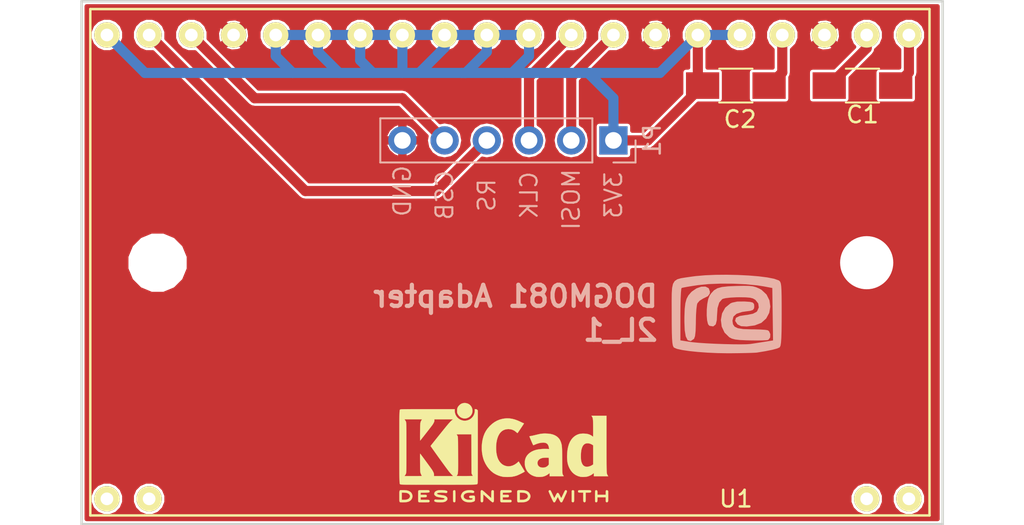
<source format=kicad_pcb>
(kicad_pcb (version 4) (host pcbnew 4.0.0-rc1-stable)

  (general
    (links 21)
    (no_connects 0)
    (area 129.616287 58.618 205.164543 111.666001)
    (thickness 1.6)
    (drawings 21)
    (tracks 55)
    (zones 0)
    (modules 8)
    (nets 10)
  )

  (page A4)
  (layers
    (0 F.Cu signal)
    (31 B.Cu signal)
    (32 B.Adhes user)
    (33 F.Adhes user)
    (34 B.Paste user)
    (35 F.Paste user)
    (36 B.SilkS user)
    (37 F.SilkS user)
    (38 B.Mask user)
    (39 F.Mask user)
    (40 Dwgs.User user)
    (41 Cmts.User user)
    (42 Eco1.User user hide)
    (43 Eco2.User user hide)
    (44 Edge.Cuts user)
    (45 Margin user)
    (46 B.CrtYd user)
    (47 F.CrtYd user)
    (48 B.Fab user)
    (49 F.Fab user)
  )

  (setup
    (last_trace_width 0.1524)
    (user_trace_width 0.3048)
    (user_trace_width 0.6096)
    (user_trace_width 1.2192)
    (trace_clearance 0.1524)
    (zone_clearance 0.1016)
    (zone_45_only no)
    (trace_min 0.1524)
    (segment_width 0.2)
    (edge_width 0.15)
    (via_size 0.6858)
    (via_drill 0.3302)
    (via_min_size 0.6858)
    (via_min_drill 0.3302)
    (uvia_size 0.3)
    (uvia_drill 0.1)
    (uvias_allowed no)
    (uvia_min_size 0.2)
    (uvia_min_drill 0.1)
    (pcb_text_width 0.3)
    (pcb_text_size 1.5 1.5)
    (mod_edge_width 0.15)
    (mod_text_size 1 1)
    (mod_text_width 0.15)
    (pad_size 1.524 1.524)
    (pad_drill 0.762)
    (pad_to_mask_clearance 0)
    (aux_axis_origin 0 0)
    (visible_elements 7FFEFFFF)
    (pcbplotparams
      (layerselection 0x010f0_80000001)
      (usegerberextensions false)
      (excludeedgelayer true)
      (linewidth 0.076200)
      (plotframeref false)
      (viasonmask false)
      (mode 1)
      (useauxorigin false)
      (hpglpennumber 1)
      (hpglpenspeed 20)
      (hpglpendiameter 15)
      (hpglpenoverlay 2)
      (psnegative false)
      (psa4output false)
      (plotreference true)
      (plotvalue true)
      (plotinvisibletext false)
      (padsonsilk false)
      (subtractmaskfromsilk false)
      (outputformat 1)
      (mirror false)
      (drillshape 0)
      (scaleselection 1)
      (outputdirectory gerbers/))
  )

  (net 0 "")
  (net 1 "Net-(C1-Pad1)")
  (net 2 "Net-(C1-Pad2)")
  (net 3 /Vdd)
  (net 4 "Net-(C2-Pad2)")
  (net 5 /MOSI)
  (net 6 /CLK)
  (net 7 /RS)
  (net 8 /CSB)
  (net 9 GND)

  (net_class Default "This is the default net class."
    (clearance 0.1524)
    (trace_width 0.1524)
    (via_dia 0.6858)
    (via_drill 0.3302)
    (uvia_dia 0.3)
    (uvia_drill 0.1)
    (add_net /CLK)
    (add_net /CSB)
    (add_net /MOSI)
    (add_net /RS)
    (add_net /Vdd)
    (add_net GND)
    (add_net "Net-(C1-Pad1)")
    (add_net "Net-(C1-Pad2)")
    (add_net "Net-(C2-Pad2)")
  )

  (module Mounting_Holes:MountingHole_3.2mm_M3 (layer F.Cu) (tedit 598B28B2) (tstamp 598B28E0)
    (at 195.58 85.852)
    (descr "Mounting Hole 3.2mm, no annular, M3")
    (tags "mounting hole 3.2mm no annular m3")
    (fp_text reference MNT** (at 0 -4.2) (layer Eco1.User) hide
      (effects (font (size 1 1) (thickness 0.15)))
    )
    (fp_text value MountingHole_3.2mm_M3 (at 0 4.2) (layer F.Fab)
      (effects (font (size 1 1) (thickness 0.15)))
    )
    (fp_circle (center 0 0) (end 3.2 0) (layer Cmts.User) (width 0.15))
    (fp_circle (center 0 0) (end 3.45 0) (layer F.CrtYd) (width 0.05))
    (pad 1 np_thru_hole circle (at 0 0) (size 3.2 3.2) (drill 3.2) (layers *.Cu *.Mask))
  )

  (module Capacitors_SMD:C_1206_HandSoldering (layer F.Cu) (tedit 58AA84D1) (tstamp 598B25A1)
    (at 195.326 75.184 180)
    (descr "Capacitor SMD 1206, hand soldering")
    (tags "capacitor 1206")
    (path /598B1F2D)
    (attr smd)
    (fp_text reference C1 (at 0 -1.75 180) (layer F.SilkS)
      (effects (font (size 1 1) (thickness 0.15)))
    )
    (fp_text value 0.1~~1μF (at 0 2 180) (layer F.Fab)
      (effects (font (size 1 1) (thickness 0.15)))
    )
    (fp_text user %R (at 0 -1.75 180) (layer F.Fab)
      (effects (font (size 1 1) (thickness 0.15)))
    )
    (fp_line (start -1.6 0.8) (end -1.6 -0.8) (layer F.Fab) (width 0.1))
    (fp_line (start 1.6 0.8) (end -1.6 0.8) (layer F.Fab) (width 0.1))
    (fp_line (start 1.6 -0.8) (end 1.6 0.8) (layer F.Fab) (width 0.1))
    (fp_line (start -1.6 -0.8) (end 1.6 -0.8) (layer F.Fab) (width 0.1))
    (fp_line (start 1 -1.02) (end -1 -1.02) (layer F.SilkS) (width 0.12))
    (fp_line (start -1 1.02) (end 1 1.02) (layer F.SilkS) (width 0.12))
    (fp_line (start -3.25 -1.05) (end 3.25 -1.05) (layer F.CrtYd) (width 0.05))
    (fp_line (start -3.25 -1.05) (end -3.25 1.05) (layer F.CrtYd) (width 0.05))
    (fp_line (start 3.25 1.05) (end 3.25 -1.05) (layer F.CrtYd) (width 0.05))
    (fp_line (start 3.25 1.05) (end -3.25 1.05) (layer F.CrtYd) (width 0.05))
    (pad 1 smd rect (at -2 0 180) (size 2 1.6) (layers F.Cu F.Paste F.Mask)
      (net 1 "Net-(C1-Pad1)"))
    (pad 2 smd rect (at 2 0 180) (size 2 1.6) (layers F.Cu F.Paste F.Mask)
      (net 2 "Net-(C1-Pad2)"))
    (model Capacitors_SMD.3dshapes/C_1206.wrl
      (at (xyz 0 0 0))
      (scale (xyz 1 1 1))
      (rotate (xyz 0 0 0))
    )
  )

  (module Capacitors_SMD:C_1206_HandSoldering (layer F.Cu) (tedit 598B27E6) (tstamp 598B25A7)
    (at 187.706 75.184)
    (descr "Capacitor SMD 1206, hand soldering")
    (tags "capacitor 1206")
    (path /598B1FC7)
    (attr smd)
    (fp_text reference C2 (at 0.254 2.032) (layer F.SilkS)
      (effects (font (size 1 1) (thickness 0.15)))
    )
    (fp_text value 0.47~~2.2μF (at 0 2) (layer F.Fab)
      (effects (font (size 1 1) (thickness 0.15)))
    )
    (fp_text user %R (at 0.254 2.032) (layer F.Fab)
      (effects (font (size 1 1) (thickness 0.15)))
    )
    (fp_line (start -1.6 0.8) (end -1.6 -0.8) (layer F.Fab) (width 0.1))
    (fp_line (start 1.6 0.8) (end -1.6 0.8) (layer F.Fab) (width 0.1))
    (fp_line (start 1.6 -0.8) (end 1.6 0.8) (layer F.Fab) (width 0.1))
    (fp_line (start -1.6 -0.8) (end 1.6 -0.8) (layer F.Fab) (width 0.1))
    (fp_line (start 1 -1.02) (end -1 -1.02) (layer F.SilkS) (width 0.12))
    (fp_line (start -1 1.02) (end 1 1.02) (layer F.SilkS) (width 0.12))
    (fp_line (start -3.25 -1.05) (end 3.25 -1.05) (layer F.CrtYd) (width 0.05))
    (fp_line (start -3.25 -1.05) (end -3.25 1.05) (layer F.CrtYd) (width 0.05))
    (fp_line (start 3.25 1.05) (end 3.25 -1.05) (layer F.CrtYd) (width 0.05))
    (fp_line (start 3.25 1.05) (end -3.25 1.05) (layer F.CrtYd) (width 0.05))
    (pad 1 smd rect (at -2 0) (size 2 1.6) (layers F.Cu F.Paste F.Mask)
      (net 3 /Vdd))
    (pad 2 smd rect (at 2 0) (size 2 1.6) (layers F.Cu F.Paste F.Mask)
      (net 4 "Net-(C2-Pad2)"))
    (model Capacitors_SMD.3dshapes/C_1206.wrl
      (at (xyz 0 0 0))
      (scale (xyz 1 1 1))
      (rotate (xyz 0 0 0))
    )
  )

  (module Socket_Strips:Socket_Strip_Straight_1x06_Pitch2.54mm (layer B.Cu) (tedit 58CD5446) (tstamp 598B25B1)
    (at 180.34 78.486 90)
    (descr "Through hole straight socket strip, 1x06, 2.54mm pitch, single row")
    (tags "Through hole socket strip THT 1x06 2.54mm single row")
    (path /598B27C6)
    (fp_text reference P1 (at 0 2.33 90) (layer B.SilkS)
      (effects (font (size 1 1) (thickness 0.15)) (justify mirror))
    )
    (fp_text value CONN_01X06 (at 0 -15.03 90) (layer B.Fab)
      (effects (font (size 1 1) (thickness 0.15)) (justify mirror))
    )
    (fp_line (start -1.27 1.27) (end -1.27 -13.97) (layer B.Fab) (width 0.1))
    (fp_line (start -1.27 -13.97) (end 1.27 -13.97) (layer B.Fab) (width 0.1))
    (fp_line (start 1.27 -13.97) (end 1.27 1.27) (layer B.Fab) (width 0.1))
    (fp_line (start 1.27 1.27) (end -1.27 1.27) (layer B.Fab) (width 0.1))
    (fp_line (start -1.33 -1.27) (end -1.33 -14.03) (layer B.SilkS) (width 0.12))
    (fp_line (start -1.33 -14.03) (end 1.33 -14.03) (layer B.SilkS) (width 0.12))
    (fp_line (start 1.33 -14.03) (end 1.33 -1.27) (layer B.SilkS) (width 0.12))
    (fp_line (start 1.33 -1.27) (end -1.33 -1.27) (layer B.SilkS) (width 0.12))
    (fp_line (start -1.33 0) (end -1.33 1.33) (layer B.SilkS) (width 0.12))
    (fp_line (start -1.33 1.33) (end 0 1.33) (layer B.SilkS) (width 0.12))
    (fp_line (start -1.8 1.8) (end -1.8 -14.5) (layer B.CrtYd) (width 0.05))
    (fp_line (start -1.8 -14.5) (end 1.8 -14.5) (layer B.CrtYd) (width 0.05))
    (fp_line (start 1.8 -14.5) (end 1.8 1.8) (layer B.CrtYd) (width 0.05))
    (fp_line (start 1.8 1.8) (end -1.8 1.8) (layer B.CrtYd) (width 0.05))
    (fp_text user %R (at 0 2.33 90) (layer B.Fab)
      (effects (font (size 1 1) (thickness 0.15)) (justify mirror))
    )
    (pad 1 thru_hole rect (at 0 0 90) (size 1.7 1.7) (drill 1) (layers *.Cu *.Mask)
      (net 3 /Vdd))
    (pad 2 thru_hole oval (at 0 -2.54 90) (size 1.7 1.7) (drill 1) (layers *.Cu *.Mask)
      (net 5 /MOSI))
    (pad 3 thru_hole oval (at 0 -5.08 90) (size 1.7 1.7) (drill 1) (layers *.Cu *.Mask)
      (net 6 /CLK))
    (pad 4 thru_hole oval (at 0 -7.62 90) (size 1.7 1.7) (drill 1) (layers *.Cu *.Mask)
      (net 7 /RS))
    (pad 5 thru_hole oval (at 0 -10.16 90) (size 1.7 1.7) (drill 1) (layers *.Cu *.Mask)
      (net 8 /CSB))
    (pad 6 thru_hole oval (at 0 -12.7 90) (size 1.7 1.7) (drill 1) (layers *.Cu *.Mask)
      (net 9 GND))
    (model ${KISYS3DMOD}/Socket_Strips.3dshapes/Socket_Strip_Straight_1x06_Pitch2.54mm.wrl
      (at (xyz 0 -0.25 0))
      (scale (xyz 1 1 1))
      (rotate (xyz 0 0 270))
    )
  )

  (module DisplayAdapter_DOGM081_Symbols:EA_DOGM081x-A (layer F.Cu) (tedit 598B380B) (tstamp 598B25CD)
    (at 149.86 100.076)
    (path /598B1EF0)
    (fp_text reference U1 (at 37.846 0) (layer F.SilkS)
      (effects (font (size 1 1) (thickness 0.15)))
    )
    (fp_text value EA_DOGMxxx-A (at 25 -17) (layer F.Fab)
      (effects (font (size 1 1) (thickness 0.15)))
    )
    (fp_line (start -1 -29.5) (end -1 1) (layer F.SilkS) (width 0.15))
    (fp_line (start -1 1) (end 49.5 1) (layer F.SilkS) (width 0.15))
    (fp_line (start 49.5 1) (end 49.5 -29.5) (layer F.SilkS) (width 0.15))
    (fp_line (start 49.5 -29.5) (end -1 -29.5) (layer F.SilkS) (width 0.15))
    (pad 1 thru_hole circle (at 0 0) (size 1.524 1.524) (drill 0.762) (layers *.Cu *.Mask F.SilkS))
    (pad 2 thru_hole circle (at 2.54 0) (size 1.524 1.524) (drill 0.762) (layers *.Cu *.Mask F.SilkS))
    (pad 19 thru_hole circle (at 45.72 0) (size 1.524 1.524) (drill 0.762) (layers *.Cu *.Mask F.SilkS))
    (pad 20 thru_hole circle (at 48.26 0) (size 1.524 1.524) (drill 0.762) (layers *.Cu *.Mask F.SilkS))
    (pad 21 thru_hole circle (at 48.26 -27.94) (size 1.524 1.524) (drill 0.762) (layers *.Cu *.Mask F.SilkS)
      (net 1 "Net-(C1-Pad1)"))
    (pad 22 thru_hole circle (at 45.72 -27.94) (size 1.524 1.524) (drill 0.762) (layers *.Cu *.Mask F.SilkS)
      (net 2 "Net-(C1-Pad2)"))
    (pad 23 thru_hole circle (at 43.18 -27.94) (size 1.524 1.524) (drill 0.762) (layers *.Cu *.Mask F.SilkS)
      (net 9 GND))
    (pad 24 thru_hole circle (at 40.64 -27.94) (size 1.524 1.524) (drill 0.762) (layers *.Cu *.Mask F.SilkS)
      (net 4 "Net-(C2-Pad2)"))
    (pad 25 thru_hole circle (at 38.1 -27.94) (size 1.524 1.524) (drill 0.762) (layers *.Cu *.Mask F.SilkS)
      (net 3 /Vdd))
    (pad 26 thru_hole circle (at 35.56 -27.94) (size 1.524 1.524) (drill 0.762) (layers *.Cu *.Mask F.SilkS)
      (net 3 /Vdd))
    (pad 27 thru_hole circle (at 33.02 -27.94) (size 1.524 1.524) (drill 0.762) (layers *.Cu *.Mask F.SilkS)
      (net 9 GND))
    (pad 28 thru_hole circle (at 30.48 -27.94) (size 1.524 1.524) (drill 0.762) (layers *.Cu *.Mask F.SilkS)
      (net 5 /MOSI))
    (pad 29 thru_hole circle (at 27.94 -27.94) (size 1.524 1.524) (drill 0.762) (layers *.Cu *.Mask F.SilkS)
      (net 6 /CLK))
    (pad 30 thru_hole circle (at 25.4 -27.94) (size 1.524 1.524) (drill 0.762) (layers *.Cu *.Mask F.SilkS)
      (net 3 /Vdd))
    (pad 31 thru_hole circle (at 22.86 -27.94) (size 1.524 1.524) (drill 0.762) (layers *.Cu *.Mask F.SilkS)
      (net 3 /Vdd))
    (pad 32 thru_hole circle (at 20.32 -27.94) (size 1.524 1.524) (drill 0.762) (layers *.Cu *.Mask F.SilkS)
      (net 3 /Vdd))
    (pad 33 thru_hole circle (at 17.78 -27.94) (size 1.524 1.524) (drill 0.762) (layers *.Cu *.Mask F.SilkS)
      (net 3 /Vdd))
    (pad 34 thru_hole circle (at 15.24 -27.94) (size 1.524 1.524) (drill 0.762) (layers *.Cu *.Mask F.SilkS)
      (net 3 /Vdd))
    (pad 35 thru_hole circle (at 12.7 -27.94) (size 1.524 1.524) (drill 0.762) (layers *.Cu *.Mask F.SilkS)
      (net 3 /Vdd))
    (pad 36 thru_hole circle (at 10.16 -27.94) (size 1.524 1.524) (drill 0.762) (layers *.Cu *.Mask F.SilkS)
      (net 3 /Vdd))
    (pad 37 thru_hole circle (at 7.62 -27.94) (size 1.524 1.524) (drill 0.762) (layers *.Cu *.Mask F.SilkS)
      (net 9 GND))
    (pad 38 thru_hole circle (at 5.08 -27.94) (size 1.524 1.524) (drill 0.762) (layers *.Cu *.Mask F.SilkS)
      (net 8 /CSB))
    (pad 39 thru_hole circle (at 2.54 -27.94) (size 1.524 1.524) (drill 0.762) (layers *.Cu *.Mask F.SilkS)
      (net 7 /RS))
    (pad 40 thru_hole circle (at 0 -27.94) (size 1.524 1.524) (drill 0.762) (layers *.Cu *.Mask F.SilkS)
      (net 3 /Vdd))
  )

  (module Mounting_Holes:MountingHole_3.2mm_M3 (layer F.Cu) (tedit 598B28B2) (tstamp 598B2827)
    (at 152.908 85.852)
    (descr "Mounting Hole 3.2mm, no annular, M3")
    (tags "mounting hole 3.2mm no annular m3")
    (fp_text reference MNT** (at 0 -4.2) (layer Eco1.User) hide
      (effects (font (size 1 1) (thickness 0.15)))
    )
    (fp_text value MountingHole_3.2mm_M3 (at 0 4.2) (layer F.Fab)
      (effects (font (size 1 1) (thickness 0.15)))
    )
    (fp_circle (center 0 0) (end 3.2 0) (layer Cmts.User) (width 0.15))
    (fp_circle (center 0 0) (end 3.45 0) (layer F.CrtYd) (width 0.05))
    (pad 1 np_thru_hole circle (at 0 0) (size 3.2 3.2) (drill 3.2) (layers *.Cu *.Mask))
  )

  (module Symbols:KiCad-Logo2_6mm_SilkScreen (layer F.Cu) (tedit 0) (tstamp 598B2B70)
    (at 173.736 97.282)
    (descr "KiCad Logo")
    (tags "Logo KiCad")
    (attr virtual)
    (fp_text reference REF*** (at 0 0) (layer F.SilkS) hide
      (effects (font (size 1 1) (thickness 0.15)))
    )
    (fp_text value KiCad-Logo2_6mm_SilkScreen (at 0.75 0) (layer F.Fab) hide
      (effects (font (size 1 1) (thickness 0.15)))
    )
    (fp_poly (pts (xy -6.121371 2.269066) (xy -6.081889 2.269467) (xy -5.9662 2.272259) (xy -5.869311 2.28055)
      (xy -5.787919 2.295232) (xy -5.718723 2.317193) (xy -5.65842 2.347322) (xy -5.603708 2.38651)
      (xy -5.584167 2.403532) (xy -5.55175 2.443363) (xy -5.52252 2.497413) (xy -5.499991 2.557323)
      (xy -5.487679 2.614739) (xy -5.4864 2.635956) (xy -5.494417 2.694769) (xy -5.515899 2.759013)
      (xy -5.546999 2.819821) (xy -5.583866 2.86833) (xy -5.589854 2.874182) (xy -5.640579 2.915321)
      (xy -5.696125 2.947435) (xy -5.759696 2.971365) (xy -5.834494 2.987953) (xy -5.923722 2.998041)
      (xy -6.030582 3.002469) (xy -6.079528 3.002845) (xy -6.141762 3.002545) (xy -6.185528 3.001292)
      (xy -6.214931 2.998554) (xy -6.234079 2.993801) (xy -6.247077 2.986501) (xy -6.254045 2.980267)
      (xy -6.260626 2.972694) (xy -6.265788 2.962924) (xy -6.269703 2.94834) (xy -6.272543 2.926326)
      (xy -6.27448 2.894264) (xy -6.275684 2.849536) (xy -6.276328 2.789526) (xy -6.276583 2.711617)
      (xy -6.276622 2.635956) (xy -6.27687 2.535041) (xy -6.276817 2.454427) (xy -6.275857 2.415822)
      (xy -6.129867 2.415822) (xy -6.129867 2.856089) (xy -6.036734 2.856004) (xy -5.980693 2.854396)
      (xy -5.921999 2.850256) (xy -5.873028 2.844464) (xy -5.871538 2.844226) (xy -5.792392 2.82509)
      (xy -5.731002 2.795287) (xy -5.684305 2.752878) (xy -5.654635 2.706961) (xy -5.636353 2.656026)
      (xy -5.637771 2.6082) (xy -5.658988 2.556933) (xy -5.700489 2.503899) (xy -5.757998 2.4646)
      (xy -5.83275 2.438331) (xy -5.882708 2.429035) (xy -5.939416 2.422507) (xy -5.999519 2.417782)
      (xy -6.050639 2.415817) (xy -6.053667 2.415808) (xy -6.129867 2.415822) (xy -6.275857 2.415822)
      (xy -6.27526 2.391851) (xy -6.270998 2.345055) (xy -6.26283 2.311778) (xy -6.249556 2.289759)
      (xy -6.229974 2.276739) (xy -6.202883 2.270457) (xy -6.167082 2.268653) (xy -6.121371 2.269066)) (layer F.SilkS) (width 0.01))
    (fp_poly (pts (xy -4.712794 2.269146) (xy -4.643386 2.269518) (xy -4.590997 2.270385) (xy -4.552847 2.271946)
      (xy -4.526159 2.274403) (xy -4.508153 2.277957) (xy -4.496049 2.28281) (xy -4.487069 2.289161)
      (xy -4.483818 2.292084) (xy -4.464043 2.323142) (xy -4.460482 2.358828) (xy -4.473491 2.39051)
      (xy -4.479506 2.396913) (xy -4.489235 2.403121) (xy -4.504901 2.40791) (xy -4.529408 2.411514)
      (xy -4.565661 2.414164) (xy -4.616565 2.416095) (xy -4.685026 2.417539) (xy -4.747617 2.418418)
      (xy -4.995334 2.421467) (xy -4.998719 2.486378) (xy -5.002105 2.551289) (xy -4.833958 2.551289)
      (xy -4.760959 2.551919) (xy -4.707517 2.554553) (xy -4.670628 2.560309) (xy -4.647288 2.570304)
      (xy -4.634494 2.585656) (xy -4.629242 2.607482) (xy -4.628445 2.627738) (xy -4.630923 2.652592)
      (xy -4.640277 2.670906) (xy -4.659383 2.683637) (xy -4.691118 2.691741) (xy -4.738359 2.696176)
      (xy -4.803983 2.697899) (xy -4.839801 2.698045) (xy -5.000978 2.698045) (xy -5.000978 2.856089)
      (xy -4.752622 2.856089) (xy -4.671213 2.856202) (xy -4.609342 2.856712) (xy -4.563968 2.85787)
      (xy -4.532054 2.85993) (xy -4.510559 2.863146) (xy -4.496443 2.867772) (xy -4.486668 2.874059)
      (xy -4.481689 2.878667) (xy -4.46461 2.90556) (xy -4.459111 2.929467) (xy -4.466963 2.958667)
      (xy -4.481689 2.980267) (xy -4.489546 2.987066) (xy -4.499688 2.992346) (xy -4.514844 2.996298)
      (xy -4.537741 2.999113) (xy -4.571109 3.000982) (xy -4.617675 3.002098) (xy -4.680167 3.002651)
      (xy -4.761314 3.002833) (xy -4.803422 3.002845) (xy -4.893598 3.002765) (xy -4.963924 3.002398)
      (xy -5.017129 3.001552) (xy -5.05594 3.000036) (xy -5.083087 2.997659) (xy -5.101298 2.994229)
      (xy -5.1133 2.989554) (xy -5.121822 2.983444) (xy -5.125156 2.980267) (xy -5.131755 2.97267)
      (xy -5.136927 2.96287) (xy -5.140846 2.948239) (xy -5.143684 2.926152) (xy -5.145615 2.893982)
      (xy -5.146812 2.849103) (xy -5.147448 2.788889) (xy -5.147697 2.710713) (xy -5.147734 2.637923)
      (xy -5.1477 2.544707) (xy -5.147465 2.471431) (xy -5.14683 2.415458) (xy -5.145594 2.374151)
      (xy -5.143556 2.344872) (xy -5.140517 2.324984) (xy -5.136277 2.31185) (xy -5.130635 2.302832)
      (xy -5.123391 2.295293) (xy -5.121606 2.293612) (xy -5.112945 2.286172) (xy -5.102882 2.280409)
      (xy -5.088625 2.276112) (xy -5.067383 2.273064) (xy -5.036364 2.271051) (xy -4.992777 2.26986)
      (xy -4.933831 2.269275) (xy -4.856734 2.269083) (xy -4.802001 2.269067) (xy -4.712794 2.269146)) (layer F.SilkS) (width 0.01))
    (fp_poly (pts (xy -3.691703 2.270351) (xy -3.616888 2.275581) (xy -3.547306 2.28375) (xy -3.487002 2.29455)
      (xy -3.44002 2.307673) (xy -3.410406 2.322813) (xy -3.40586 2.327269) (xy -3.390054 2.36185)
      (xy -3.394847 2.397351) (xy -3.419364 2.427725) (xy -3.420534 2.428596) (xy -3.434954 2.437954)
      (xy -3.450008 2.442876) (xy -3.471005 2.443473) (xy -3.503257 2.439861) (xy -3.552073 2.432154)
      (xy -3.556 2.431505) (xy -3.628739 2.422569) (xy -3.707217 2.418161) (xy -3.785927 2.418119)
      (xy -3.859361 2.422279) (xy -3.922011 2.430479) (xy -3.96837 2.442557) (xy -3.971416 2.443771)
      (xy -4.005048 2.462615) (xy -4.016864 2.481685) (xy -4.007614 2.500439) (xy -3.978047 2.518337)
      (xy -3.928911 2.534837) (xy -3.860957 2.549396) (xy -3.815645 2.556406) (xy -3.721456 2.569889)
      (xy -3.646544 2.582214) (xy -3.587717 2.594449) (xy -3.541785 2.607661) (xy -3.505555 2.622917)
      (xy -3.475838 2.641285) (xy -3.449442 2.663831) (xy -3.42823 2.685971) (xy -3.403065 2.716819)
      (xy -3.390681 2.743345) (xy -3.386808 2.776026) (xy -3.386667 2.787995) (xy -3.389576 2.827712)
      (xy -3.401202 2.857259) (xy -3.421323 2.883486) (xy -3.462216 2.923576) (xy -3.507817 2.954149)
      (xy -3.561513 2.976203) (xy -3.626692 2.990735) (xy -3.706744 2.998741) (xy -3.805057 3.001218)
      (xy -3.821289 3.001177) (xy -3.886849 2.999818) (xy -3.951866 2.99673) (xy -4.009252 2.992356)
      (xy -4.051922 2.98714) (xy -4.055372 2.986541) (xy -4.097796 2.976491) (xy -4.13378 2.963796)
      (xy -4.15415 2.95219) (xy -4.173107 2.921572) (xy -4.174427 2.885918) (xy -4.158085 2.854144)
      (xy -4.154429 2.850551) (xy -4.139315 2.839876) (xy -4.120415 2.835276) (xy -4.091162 2.836059)
      (xy -4.055651 2.840127) (xy -4.01597 2.843762) (xy -3.960345 2.846828) (xy -3.895406 2.849053)
      (xy -3.827785 2.850164) (xy -3.81 2.850237) (xy -3.742128 2.849964) (xy -3.692454 2.848646)
      (xy -3.65661 2.845827) (xy -3.630224 2.84105) (xy -3.608926 2.833857) (xy -3.596126 2.827867)
      (xy -3.568 2.811233) (xy -3.550068 2.796168) (xy -3.547447 2.791897) (xy -3.552976 2.774263)
      (xy -3.57926 2.757192) (xy -3.624478 2.741458) (xy -3.686808 2.727838) (xy -3.705171 2.724804)
      (xy -3.80109 2.709738) (xy -3.877641 2.697146) (xy -3.93778 2.686111) (xy -3.98446 2.67572)
      (xy -4.020637 2.665056) (xy -4.049265 2.653205) (xy -4.073298 2.639251) (xy -4.095692 2.622281)
      (xy -4.119402 2.601378) (xy -4.12738 2.594049) (xy -4.155353 2.566699) (xy -4.17016 2.545029)
      (xy -4.175952 2.520232) (xy -4.176889 2.488983) (xy -4.166575 2.427705) (xy -4.135752 2.37564)
      (xy -4.084595 2.332958) (xy -4.013283 2.299825) (xy -3.9624 2.284964) (xy -3.9071 2.275366)
      (xy -3.840853 2.269936) (xy -3.767706 2.268367) (xy -3.691703 2.270351)) (layer F.SilkS) (width 0.01))
    (fp_poly (pts (xy -2.923822 2.291645) (xy -2.917242 2.299218) (xy -2.912079 2.308987) (xy -2.908164 2.323571)
      (xy -2.905324 2.345585) (xy -2.903387 2.377648) (xy -2.902183 2.422375) (xy -2.901539 2.482385)
      (xy -2.901284 2.560294) (xy -2.901245 2.635956) (xy -2.901314 2.729802) (xy -2.901638 2.803689)
      (xy -2.902386 2.860232) (xy -2.903732 2.902049) (xy -2.905846 2.931757) (xy -2.9089 2.951973)
      (xy -2.913066 2.965314) (xy -2.918516 2.974398) (xy -2.923822 2.980267) (xy -2.956826 2.999947)
      (xy -2.991991 2.998181) (xy -3.023455 2.976717) (xy -3.030684 2.968337) (xy -3.036334 2.958614)
      (xy -3.040599 2.944861) (xy -3.043673 2.924389) (xy -3.045752 2.894512) (xy -3.04703 2.852541)
      (xy -3.047701 2.795789) (xy -3.047959 2.721567) (xy -3.048 2.637537) (xy -3.048 2.324485)
      (xy -3.020291 2.296776) (xy -2.986137 2.273463) (xy -2.953006 2.272623) (xy -2.923822 2.291645)) (layer F.SilkS) (width 0.01))
    (fp_poly (pts (xy -1.950081 2.274599) (xy -1.881565 2.286095) (xy -1.828943 2.303967) (xy -1.794708 2.327499)
      (xy -1.785379 2.340924) (xy -1.775893 2.372148) (xy -1.782277 2.400395) (xy -1.80243 2.427182)
      (xy -1.833745 2.439713) (xy -1.879183 2.438696) (xy -1.914326 2.431906) (xy -1.992419 2.418971)
      (xy -2.072226 2.417742) (xy -2.161555 2.428241) (xy -2.186229 2.43269) (xy -2.269291 2.456108)
      (xy -2.334273 2.490945) (xy -2.380461 2.536604) (xy -2.407145 2.592494) (xy -2.412663 2.621388)
      (xy -2.409051 2.680012) (xy -2.385729 2.731879) (xy -2.344824 2.775978) (xy -2.288459 2.811299)
      (xy -2.21876 2.836829) (xy -2.137852 2.851559) (xy -2.04786 2.854478) (xy -1.95091 2.844575)
      (xy -1.945436 2.843641) (xy -1.906875 2.836459) (xy -1.885494 2.829521) (xy -1.876227 2.819227)
      (xy -1.874006 2.801976) (xy -1.873956 2.792841) (xy -1.873956 2.754489) (xy -1.942431 2.754489)
      (xy -2.0029 2.750347) (xy -2.044165 2.737147) (xy -2.068175 2.71373) (xy -2.076877 2.678936)
      (xy -2.076983 2.674394) (xy -2.071892 2.644654) (xy -2.054433 2.623419) (xy -2.021939 2.609366)
      (xy -1.971743 2.601173) (xy -1.923123 2.598161) (xy -1.852456 2.596433) (xy -1.801198 2.59907)
      (xy -1.766239 2.6088) (xy -1.74447 2.628353) (xy -1.73278 2.660456) (xy -1.72806 2.707838)
      (xy -1.7272 2.770071) (xy -1.728609 2.839535) (xy -1.732848 2.886786) (xy -1.739936 2.912012)
      (xy -1.741311 2.913988) (xy -1.780228 2.945508) (xy -1.837286 2.97047) (xy -1.908869 2.98834)
      (xy -1.991358 2.998586) (xy -2.081139 3.000673) (xy -2.174592 2.994068) (xy -2.229556 2.985956)
      (xy -2.315766 2.961554) (xy -2.395892 2.921662) (xy -2.462977 2.869887) (xy -2.473173 2.859539)
      (xy -2.506302 2.816035) (xy -2.536194 2.762118) (xy -2.559357 2.705592) (xy -2.572298 2.654259)
      (xy -2.573858 2.634544) (xy -2.567218 2.593419) (xy -2.549568 2.542252) (xy -2.524297 2.488394)
      (xy -2.494789 2.439195) (xy -2.468719 2.406334) (xy -2.407765 2.357452) (xy -2.328969 2.318545)
      (xy -2.235157 2.290494) (xy -2.12915 2.274179) (xy -2.032 2.270192) (xy -1.950081 2.274599)) (layer F.SilkS) (width 0.01))
    (fp_poly (pts (xy -1.300114 2.273448) (xy -1.276548 2.287273) (xy -1.245735 2.309881) (xy -1.206078 2.342338)
      (xy -1.15598 2.385708) (xy -1.093843 2.441058) (xy -1.018072 2.509451) (xy -0.931334 2.588084)
      (xy -0.750711 2.751878) (xy -0.745067 2.532029) (xy -0.743029 2.456351) (xy -0.741063 2.399994)
      (xy -0.738734 2.359706) (xy -0.735606 2.332235) (xy -0.731245 2.314329) (xy -0.725216 2.302737)
      (xy -0.717084 2.294208) (xy -0.712772 2.290623) (xy -0.678241 2.27167) (xy -0.645383 2.274441)
      (xy -0.619318 2.290633) (xy -0.592667 2.312199) (xy -0.589352 2.627151) (xy -0.588435 2.719779)
      (xy -0.587968 2.792544) (xy -0.588113 2.848161) (xy -0.589032 2.889342) (xy -0.590887 2.918803)
      (xy -0.593839 2.939255) (xy -0.59805 2.953413) (xy -0.603682 2.963991) (xy -0.609927 2.972474)
      (xy -0.623439 2.988207) (xy -0.636883 2.998636) (xy -0.652124 3.002639) (xy -0.671026 2.999094)
      (xy -0.695455 2.986879) (xy -0.727273 2.964871) (xy -0.768348 2.931949) (xy -0.820542 2.886991)
      (xy -0.885722 2.828875) (xy -0.959556 2.762099) (xy -1.224845 2.521458) (xy -1.230489 2.740589)
      (xy -1.232531 2.816128) (xy -1.234502 2.872354) (xy -1.236839 2.912524) (xy -1.239981 2.939896)
      (xy -1.244364 2.957728) (xy -1.250424 2.969279) (xy -1.2586 2.977807) (xy -1.262784 2.981282)
      (xy -1.299765 3.000372) (xy -1.334708 2.997493) (xy -1.365136 2.9731) (xy -1.372097 2.963286)
      (xy -1.377523 2.951826) (xy -1.381603 2.935968) (xy -1.384529 2.912963) (xy -1.386492 2.880062)
      (xy -1.387683 2.834516) (xy -1.388292 2.773573) (xy -1.388511 2.694486) (xy -1.388534 2.635956)
      (xy -1.38846 2.544407) (xy -1.388113 2.472687) (xy -1.387301 2.418045) (xy -1.385833 2.377732)
      (xy -1.383519 2.348998) (xy -1.380167 2.329093) (xy -1.375588 2.315268) (xy -1.369589 2.304772)
      (xy -1.365136 2.298811) (xy -1.35385 2.284691) (xy -1.343301 2.274029) (xy -1.331893 2.267892)
      (xy -1.31803 2.267343) (xy -1.300114 2.273448)) (layer F.SilkS) (width 0.01))
    (fp_poly (pts (xy 0.230343 2.26926) (xy 0.306701 2.270174) (xy 0.365217 2.272311) (xy 0.408255 2.276175)
      (xy 0.438183 2.282267) (xy 0.457368 2.29109) (xy 0.468176 2.303146) (xy 0.472973 2.318939)
      (xy 0.474127 2.33897) (xy 0.474133 2.341335) (xy 0.473131 2.363992) (xy 0.468396 2.381503)
      (xy 0.457333 2.394574) (xy 0.437348 2.403913) (xy 0.405846 2.410227) (xy 0.360232 2.414222)
      (xy 0.297913 2.416606) (xy 0.216293 2.418086) (xy 0.191277 2.418414) (xy -0.0508 2.421467)
      (xy -0.054186 2.486378) (xy -0.057571 2.551289) (xy 0.110576 2.551289) (xy 0.176266 2.551531)
      (xy 0.223172 2.552556) (xy 0.255083 2.554811) (xy 0.275791 2.558742) (xy 0.289084 2.564798)
      (xy 0.298755 2.573424) (xy 0.298817 2.573493) (xy 0.316356 2.607112) (xy 0.315722 2.643448)
      (xy 0.297314 2.674423) (xy 0.293671 2.677607) (xy 0.280741 2.685812) (xy 0.263024 2.691521)
      (xy 0.23657 2.695162) (xy 0.197432 2.697167) (xy 0.141662 2.697964) (xy 0.105994 2.698045)
      (xy -0.056445 2.698045) (xy -0.056445 2.856089) (xy 0.190161 2.856089) (xy 0.27158 2.856231)
      (xy 0.33341 2.856814) (xy 0.378637 2.858068) (xy 0.410248 2.860227) (xy 0.431231 2.863523)
      (xy 0.444573 2.868189) (xy 0.453261 2.874457) (xy 0.45545 2.876733) (xy 0.471614 2.90828)
      (xy 0.472797 2.944168) (xy 0.459536 2.975285) (xy 0.449043 2.985271) (xy 0.438129 2.990769)
      (xy 0.421217 2.995022) (xy 0.395633 2.99818) (xy 0.358701 3.000392) (xy 0.307746 3.001806)
      (xy 0.240094 3.002572) (xy 0.153069 3.002838) (xy 0.133394 3.002845) (xy 0.044911 3.002787)
      (xy -0.023773 3.002467) (xy -0.075436 3.001667) (xy -0.112855 3.000167) (xy -0.13881 2.997749)
      (xy -0.156078 2.994194) (xy -0.167438 2.989282) (xy -0.175668 2.982795) (xy -0.180183 2.978138)
      (xy -0.186979 2.969889) (xy -0.192288 2.959669) (xy -0.196294 2.9448) (xy -0.199179 2.922602)
      (xy -0.201126 2.890393) (xy -0.202319 2.845496) (xy -0.202939 2.785228) (xy -0.203171 2.706911)
      (xy -0.2032 2.640994) (xy -0.203129 2.548628) (xy -0.202792 2.476117) (xy -0.202002 2.420737)
      (xy -0.200574 2.379765) (xy -0.198321 2.350478) (xy -0.195057 2.330153) (xy -0.190596 2.316066)
      (xy -0.184752 2.305495) (xy -0.179803 2.298811) (xy -0.156406 2.269067) (xy 0.133774 2.269067)
      (xy 0.230343 2.26926)) (layer F.SilkS) (width 0.01))
    (fp_poly (pts (xy 1.018309 2.269275) (xy 1.147288 2.273636) (xy 1.256991 2.286861) (xy 1.349226 2.309741)
      (xy 1.425802 2.34307) (xy 1.488527 2.387638) (xy 1.539212 2.444236) (xy 1.579663 2.513658)
      (xy 1.580459 2.515351) (xy 1.604601 2.577483) (xy 1.613203 2.632509) (xy 1.606231 2.687887)
      (xy 1.583654 2.751073) (xy 1.579372 2.760689) (xy 1.550172 2.816966) (xy 1.517356 2.860451)
      (xy 1.475002 2.897417) (xy 1.41719 2.934135) (xy 1.413831 2.936052) (xy 1.363504 2.960227)
      (xy 1.306621 2.978282) (xy 1.239527 2.990839) (xy 1.158565 2.998522) (xy 1.060082 3.001953)
      (xy 1.025286 3.002251) (xy 0.859594 3.002845) (xy 0.836197 2.9731) (xy 0.829257 2.963319)
      (xy 0.823842 2.951897) (xy 0.819765 2.936095) (xy 0.816837 2.913175) (xy 0.814867 2.880396)
      (xy 0.814225 2.856089) (xy 0.970844 2.856089) (xy 1.064726 2.856089) (xy 1.119664 2.854483)
      (xy 1.17606 2.850255) (xy 1.222345 2.844292) (xy 1.225139 2.84379) (xy 1.307348 2.821736)
      (xy 1.371114 2.7886) (xy 1.418452 2.742847) (xy 1.451382 2.682939) (xy 1.457108 2.667061)
      (xy 1.462721 2.642333) (xy 1.460291 2.617902) (xy 1.448467 2.5854) (xy 1.44134 2.569434)
      (xy 1.418 2.527006) (xy 1.38988 2.49724) (xy 1.35894 2.476511) (xy 1.296966 2.449537)
      (xy 1.217651 2.429998) (xy 1.125253 2.418746) (xy 1.058333 2.41627) (xy 0.970844 2.415822)
      (xy 0.970844 2.856089) (xy 0.814225 2.856089) (xy 0.813668 2.835021) (xy 0.81305 2.774311)
      (xy 0.812825 2.695526) (xy 0.8128 2.63392) (xy 0.8128 2.324485) (xy 0.840509 2.296776)
      (xy 0.852806 2.285544) (xy 0.866103 2.277853) (xy 0.884672 2.27304) (xy 0.912786 2.270446)
      (xy 0.954717 2.26941) (xy 1.014737 2.26927) (xy 1.018309 2.269275)) (layer F.SilkS) (width 0.01))
    (fp_poly (pts (xy 3.744665 2.271034) (xy 3.764255 2.278035) (xy 3.76501 2.278377) (xy 3.791613 2.298678)
      (xy 3.80627 2.319561) (xy 3.809138 2.329352) (xy 3.808996 2.342361) (xy 3.804961 2.360895)
      (xy 3.796146 2.387257) (xy 3.781669 2.423752) (xy 3.760645 2.472687) (xy 3.732188 2.536365)
      (xy 3.695415 2.617093) (xy 3.675175 2.661216) (xy 3.638625 2.739985) (xy 3.604315 2.812423)
      (xy 3.573552 2.87588) (xy 3.547648 2.927708) (xy 3.52791 2.965259) (xy 3.51565 2.985884)
      (xy 3.513224 2.988733) (xy 3.482183 3.001302) (xy 3.447121 2.999619) (xy 3.419 2.984332)
      (xy 3.417854 2.983089) (xy 3.406668 2.966154) (xy 3.387904 2.93317) (xy 3.363875 2.88838)
      (xy 3.336897 2.836032) (xy 3.327201 2.816742) (xy 3.254014 2.67015) (xy 3.17424 2.829393)
      (xy 3.145767 2.884415) (xy 3.11935 2.932132) (xy 3.097148 2.968893) (xy 3.081319 2.991044)
      (xy 3.075954 2.995741) (xy 3.034257 3.002102) (xy 2.999849 2.988733) (xy 2.989728 2.974446)
      (xy 2.972214 2.942692) (xy 2.948735 2.896597) (xy 2.92072 2.839285) (xy 2.889599 2.77388)
      (xy 2.856799 2.703507) (xy 2.82375 2.631291) (xy 2.791881 2.560355) (xy 2.762619 2.493825)
      (xy 2.737395 2.434826) (xy 2.717636 2.386481) (xy 2.704772 2.351915) (xy 2.700231 2.334253)
      (xy 2.700277 2.333613) (xy 2.711326 2.311388) (xy 2.73341 2.288753) (xy 2.73471 2.287768)
      (xy 2.761853 2.272425) (xy 2.786958 2.272574) (xy 2.796368 2.275466) (xy 2.807834 2.281718)
      (xy 2.82001 2.294014) (xy 2.834357 2.314908) (xy 2.852336 2.346949) (xy 2.875407 2.392688)
      (xy 2.90503 2.454677) (xy 2.931745 2.511898) (xy 2.96248 2.578226) (xy 2.990021 2.637874)
      (xy 3.012938 2.687725) (xy 3.029798 2.724664) (xy 3.039173 2.745573) (xy 3.04054 2.748845)
      (xy 3.046689 2.743497) (xy 3.060822 2.721109) (xy 3.081057 2.684946) (xy 3.105515 2.638277)
      (xy 3.115248 2.619022) (xy 3.148217 2.554004) (xy 3.173643 2.506654) (xy 3.193612 2.474219)
      (xy 3.21021 2.453946) (xy 3.225524 2.443082) (xy 3.24164 2.438875) (xy 3.252143 2.4384)
      (xy 3.27067 2.440042) (xy 3.286904 2.446831) (xy 3.303035 2.461566) (xy 3.321251 2.487044)
      (xy 3.343739 2.526061) (xy 3.372689 2.581414) (xy 3.388662 2.612903) (xy 3.41457 2.663087)
      (xy 3.437167 2.704704) (xy 3.454458 2.734242) (xy 3.46445 2.748189) (xy 3.465809 2.74877)
      (xy 3.472261 2.737793) (xy 3.486708 2.70929) (xy 3.507703 2.666244) (xy 3.533797 2.611638)
      (xy 3.563546 2.548454) (xy 3.57818 2.517071) (xy 3.61625 2.436078) (xy 3.646905 2.373756)
      (xy 3.671737 2.328071) (xy 3.692337 2.296989) (xy 3.710298 2.278478) (xy 3.72721 2.270504)
      (xy 3.744665 2.271034)) (layer F.SilkS) (width 0.01))
    (fp_poly (pts (xy 4.188614 2.275877) (xy 4.212327 2.290647) (xy 4.238978 2.312227) (xy 4.238978 2.633773)
      (xy 4.238893 2.72783) (xy 4.238529 2.801932) (xy 4.237724 2.858704) (xy 4.236313 2.900768)
      (xy 4.234133 2.930748) (xy 4.231021 2.951267) (xy 4.226814 2.964949) (xy 4.221348 2.974416)
      (xy 4.217472 2.979082) (xy 4.186034 2.999575) (xy 4.150233 2.998739) (xy 4.118873 2.981264)
      (xy 4.092222 2.959684) (xy 4.092222 2.312227) (xy 4.118873 2.290647) (xy 4.144594 2.274949)
      (xy 4.1656 2.269067) (xy 4.188614 2.275877)) (layer F.SilkS) (width 0.01))
    (fp_poly (pts (xy 4.963065 2.269163) (xy 5.041772 2.269542) (xy 5.102863 2.270333) (xy 5.148817 2.27167)
      (xy 5.182114 2.273683) (xy 5.205236 2.276506) (xy 5.220662 2.280269) (xy 5.230871 2.285105)
      (xy 5.235813 2.288822) (xy 5.261457 2.321358) (xy 5.264559 2.355138) (xy 5.248711 2.385826)
      (xy 5.238348 2.398089) (xy 5.227196 2.40645) (xy 5.211035 2.411657) (xy 5.185642 2.414457)
      (xy 5.146798 2.415596) (xy 5.09028 2.415821) (xy 5.07918 2.415822) (xy 4.933244 2.415822)
      (xy 4.933244 2.686756) (xy 4.933148 2.772154) (xy 4.932711 2.837864) (xy 4.931712 2.886774)
      (xy 4.929928 2.921773) (xy 4.927137 2.945749) (xy 4.923117 2.961593) (xy 4.917645 2.972191)
      (xy 4.910666 2.980267) (xy 4.877734 3.000112) (xy 4.843354 2.998548) (xy 4.812176 2.975906)
      (xy 4.809886 2.9731) (xy 4.802429 2.962492) (xy 4.796747 2.950081) (xy 4.792601 2.93285)
      (xy 4.78975 2.907784) (xy 4.787954 2.871867) (xy 4.786972 2.822083) (xy 4.786564 2.755417)
      (xy 4.786489 2.679589) (xy 4.786489 2.415822) (xy 4.647127 2.415822) (xy 4.587322 2.415418)
      (xy 4.545918 2.41384) (xy 4.518748 2.410547) (xy 4.501646 2.404992) (xy 4.490443 2.396631)
      (xy 4.489083 2.395178) (xy 4.472725 2.361939) (xy 4.474172 2.324362) (xy 4.492978 2.291645)
      (xy 4.50025 2.285298) (xy 4.509627 2.280266) (xy 4.523609 2.276396) (xy 4.544696 2.273537)
      (xy 4.575389 2.271535) (xy 4.618189 2.270239) (xy 4.675595 2.269498) (xy 4.75011 2.269158)
      (xy 4.844233 2.269068) (xy 4.86426 2.269067) (xy 4.963065 2.269163)) (layer F.SilkS) (width 0.01))
    (fp_poly (pts (xy 6.228823 2.274533) (xy 6.260202 2.296776) (xy 6.287911 2.324485) (xy 6.287911 2.63392)
      (xy 6.287838 2.725799) (xy 6.287495 2.79784) (xy 6.286692 2.85278) (xy 6.285241 2.89336)
      (xy 6.282952 2.922317) (xy 6.279636 2.942391) (xy 6.275105 2.956321) (xy 6.269169 2.966845)
      (xy 6.264514 2.9731) (xy 6.233783 2.997673) (xy 6.198496 3.000341) (xy 6.166245 2.985271)
      (xy 6.155588 2.976374) (xy 6.148464 2.964557) (xy 6.144167 2.945526) (xy 6.141991 2.914992)
      (xy 6.141228 2.868662) (xy 6.141155 2.832871) (xy 6.141155 2.698045) (xy 5.644444 2.698045)
      (xy 5.644444 2.8207) (xy 5.643931 2.876787) (xy 5.641876 2.915333) (xy 5.637508 2.941361)
      (xy 5.630056 2.959897) (xy 5.621047 2.9731) (xy 5.590144 2.997604) (xy 5.555196 3.000506)
      (xy 5.521738 2.983089) (xy 5.512604 2.973959) (xy 5.506152 2.961855) (xy 5.501897 2.943001)
      (xy 5.499352 2.91362) (xy 5.498029 2.869937) (xy 5.497443 2.808175) (xy 5.497375 2.794)
      (xy 5.496891 2.677631) (xy 5.496641 2.581727) (xy 5.496723 2.504177) (xy 5.497231 2.442869)
      (xy 5.498262 2.39569) (xy 5.499913 2.36053) (xy 5.502279 2.335276) (xy 5.505457 2.317817)
      (xy 5.509544 2.306041) (xy 5.514634 2.297835) (xy 5.520266 2.291645) (xy 5.552128 2.271844)
      (xy 5.585357 2.274533) (xy 5.616735 2.296776) (xy 5.629433 2.311126) (xy 5.637526 2.326978)
      (xy 5.642042 2.349554) (xy 5.644006 2.384078) (xy 5.644444 2.435776) (xy 5.644444 2.551289)
      (xy 6.141155 2.551289) (xy 6.141155 2.432756) (xy 6.141662 2.378148) (xy 6.143698 2.341275)
      (xy 6.148035 2.317307) (xy 6.155447 2.301415) (xy 6.163733 2.291645) (xy 6.195594 2.271844)
      (xy 6.228823 2.274533)) (layer F.SilkS) (width 0.01))
    (fp_poly (pts (xy -2.9464 -2.510946) (xy -2.935535 -2.397007) (xy -2.903918 -2.289384) (xy -2.853015 -2.190385)
      (xy -2.784293 -2.102316) (xy -2.699219 -2.027484) (xy -2.602232 -1.969616) (xy -2.495964 -1.929995)
      (xy -2.38895 -1.911427) (xy -2.2833 -1.912566) (xy -2.181125 -1.93207) (xy -2.084534 -1.968594)
      (xy -1.995638 -2.020795) (xy -1.916546 -2.087327) (xy -1.849369 -2.166848) (xy -1.796217 -2.258013)
      (xy -1.759199 -2.359477) (xy -1.740427 -2.469898) (xy -1.738489 -2.519794) (xy -1.738489 -2.607733)
      (xy -1.68656 -2.607733) (xy -1.650253 -2.604889) (xy -1.623355 -2.593089) (xy -1.596249 -2.569351)
      (xy -1.557867 -2.530969) (xy -1.557867 -0.339398) (xy -1.557876 -0.077261) (xy -1.557908 0.163241)
      (xy -1.557972 0.383048) (xy -1.558076 0.583101) (xy -1.558227 0.764344) (xy -1.558434 0.927716)
      (xy -1.558706 1.07416) (xy -1.55905 1.204617) (xy -1.559474 1.320029) (xy -1.559987 1.421338)
      (xy -1.560597 1.509484) (xy -1.561312 1.58541) (xy -1.56214 1.650057) (xy -1.563089 1.704367)
      (xy -1.564167 1.74928) (xy -1.565383 1.78574) (xy -1.566745 1.814687) (xy -1.568261 1.837063)
      (xy -1.569938 1.853809) (xy -1.571786 1.865868) (xy -1.573813 1.87418) (xy -1.576025 1.879687)
      (xy -1.577108 1.881537) (xy -1.581271 1.888549) (xy -1.584805 1.894996) (xy -1.588635 1.9009)
      (xy -1.593682 1.906286) (xy -1.600871 1.911178) (xy -1.611123 1.915598) (xy -1.625364 1.919572)
      (xy -1.644514 1.923121) (xy -1.669499 1.92627) (xy -1.70124 1.929042) (xy -1.740662 1.931461)
      (xy -1.788686 1.933551) (xy -1.846237 1.935335) (xy -1.914237 1.936837) (xy -1.99361 1.93808)
      (xy -2.085279 1.939089) (xy -2.190166 1.939885) (xy -2.309196 1.940494) (xy -2.44329 1.940939)
      (xy -2.593373 1.941243) (xy -2.760367 1.94143) (xy -2.945196 1.941524) (xy -3.148783 1.941548)
      (xy -3.37205 1.941525) (xy -3.615922 1.94148) (xy -3.881321 1.941437) (xy -3.919704 1.941432)
      (xy -4.186682 1.941389) (xy -4.432002 1.941318) (xy -4.656583 1.941213) (xy -4.861345 1.941066)
      (xy -5.047206 1.940869) (xy -5.215088 1.940616) (xy -5.365908 1.9403) (xy -5.500587 1.939913)
      (xy -5.620044 1.939447) (xy -5.725199 1.938897) (xy -5.816971 1.938253) (xy -5.896279 1.937511)
      (xy -5.964043 1.936661) (xy -6.021182 1.935697) (xy -6.068617 1.934611) (xy -6.107266 1.933397)
      (xy -6.138049 1.932047) (xy -6.161885 1.930555) (xy -6.179694 1.928911) (xy -6.192395 1.927111)
      (xy -6.200908 1.925145) (xy -6.205266 1.923477) (xy -6.213728 1.919906) (xy -6.221497 1.91727)
      (xy -6.228602 1.914634) (xy -6.235073 1.911062) (xy -6.240939 1.905621) (xy -6.246229 1.897375)
      (xy -6.250974 1.88539) (xy -6.255202 1.868731) (xy -6.258943 1.846463) (xy -6.262227 1.817652)
      (xy -6.265083 1.781363) (xy -6.26754 1.736661) (xy -6.269629 1.682611) (xy -6.271378 1.618279)
      (xy -6.272817 1.54273) (xy -6.273976 1.45503) (xy -6.274883 1.354243) (xy -6.275569 1.239434)
      (xy -6.276063 1.10967) (xy -6.276395 0.964015) (xy -6.276593 0.801535) (xy -6.276687 0.621295)
      (xy -6.276708 0.42236) (xy -6.276685 0.203796) (xy -6.276646 -0.035332) (xy -6.276622 -0.29596)
      (xy -6.276622 -0.338111) (xy -6.276636 -0.601008) (xy -6.276661 -0.842268) (xy -6.276671 -1.062835)
      (xy -6.276642 -1.263648) (xy -6.276548 -1.445651) (xy -6.276362 -1.609784) (xy -6.276059 -1.756989)
      (xy -6.275614 -1.888208) (xy -6.275034 -1.998133) (xy -5.972197 -1.998133) (xy -5.932407 -1.940289)
      (xy -5.921236 -1.924521) (xy -5.911166 -1.910559) (xy -5.902138 -1.897216) (xy -5.894097 -1.883307)
      (xy -5.886986 -1.867644) (xy -5.880747 -1.849042) (xy -5.875325 -1.826314) (xy -5.870662 -1.798273)
      (xy -5.866701 -1.763733) (xy -5.863385 -1.721508) (xy -5.860659 -1.670411) (xy -5.858464 -1.609256)
      (xy -5.856745 -1.536856) (xy -5.855444 -1.452025) (xy -5.854505 -1.353578) (xy -5.85387 -1.240326)
      (xy -5.853484 -1.111084) (xy -5.853288 -0.964666) (xy -5.853227 -0.799884) (xy -5.853243 -0.615553)
      (xy -5.85328 -0.410487) (xy -5.853289 -0.287867) (xy -5.853265 -0.070918) (xy -5.853231 0.124642)
      (xy -5.853243 0.299999) (xy -5.853358 0.456341) (xy -5.85363 0.594857) (xy -5.854118 0.716734)
      (xy -5.854876 0.82316) (xy -5.855962 0.915322) (xy -5.857431 0.994409) (xy -5.85934 1.061608)
      (xy -5.861744 1.118107) (xy -5.864701 1.165093) (xy -5.868266 1.203755) (xy -5.872495 1.23528)
      (xy -5.877446 1.260855) (xy -5.883173 1.28167) (xy -5.889733 1.298911) (xy -5.897183 1.313765)
      (xy -5.905579 1.327422) (xy -5.914976 1.341069) (xy -5.925432 1.355893) (xy -5.931523 1.364783)
      (xy -5.970296 1.4224) (xy -5.438732 1.4224) (xy -5.315483 1.422365) (xy -5.212987 1.422215)
      (xy -5.12942 1.421878) (xy -5.062956 1.421286) (xy -5.011771 1.420367) (xy -4.974041 1.419051)
      (xy -4.94794 1.417269) (xy -4.931644 1.414951) (xy -4.923328 1.412026) (xy -4.921168 1.408424)
      (xy -4.923339 1.404075) (xy -4.924535 1.402645) (xy -4.949685 1.365573) (xy -4.975583 1.312772)
      (xy -4.999192 1.25077) (xy -5.007461 1.224357) (xy -5.012078 1.206416) (xy -5.015979 1.185355)
      (xy -5.019248 1.159089) (xy -5.021966 1.125532) (xy -5.024215 1.082599) (xy -5.026077 1.028204)
      (xy -5.027636 0.960262) (xy -5.028972 0.876688) (xy -5.030169 0.775395) (xy -5.031308 0.6543)
      (xy -5.031685 0.6096) (xy -5.032702 0.484449) (xy -5.03346 0.380082) (xy -5.033903 0.294707)
      (xy -5.03397 0.226533) (xy -5.033605 0.173765) (xy -5.032748 0.134614) (xy -5.031341 0.107285)
      (xy -5.029325 0.089986) (xy -5.026643 0.080926) (xy -5.023236 0.078312) (xy -5.019044 0.080351)
      (xy -5.014571 0.084667) (xy -5.004216 0.097602) (xy -4.982158 0.126676) (xy -4.949957 0.169759)
      (xy -4.909174 0.224718) (xy -4.86137 0.289423) (xy -4.808105 0.361742) (xy -4.75094 0.439544)
      (xy -4.691437 0.520698) (xy -4.631155 0.603072) (xy -4.571655 0.684536) (xy -4.514498 0.762957)
      (xy -4.461245 0.836204) (xy -4.413457 0.902147) (xy -4.372693 0.958654) (xy -4.340516 1.003593)
      (xy -4.318485 1.034834) (xy -4.313917 1.041466) (xy -4.290996 1.078369) (xy -4.264188 1.126359)
      (xy -4.238789 1.175897) (xy -4.235568 1.182577) (xy -4.21389 1.230772) (xy -4.201304 1.268334)
      (xy -4.195574 1.30416) (xy -4.194456 1.3462) (xy -4.19509 1.4224) (xy -3.040651 1.4224)
      (xy -3.131815 1.328669) (xy -3.178612 1.278775) (xy -3.228899 1.222295) (xy -3.274944 1.168026)
      (xy -3.295369 1.142673) (xy -3.325807 1.103128) (xy -3.365862 1.049916) (xy -3.414361 0.984667)
      (xy -3.470135 0.909011) (xy -3.532011 0.824577) (xy -3.598819 0.732994) (xy -3.669387 0.635892)
      (xy -3.742545 0.534901) (xy -3.817121 0.43165) (xy -3.891944 0.327768) (xy -3.965843 0.224885)
      (xy -4.037646 0.124631) (xy -4.106184 0.028636) (xy -4.170284 -0.061473) (xy -4.228775 -0.144064)
      (xy -4.280486 -0.217508) (xy -4.324247 -0.280176) (xy -4.358885 -0.330439) (xy -4.38323 -0.366666)
      (xy -4.396111 -0.387229) (xy -4.397869 -0.391332) (xy -4.38991 -0.402658) (xy -4.369115 -0.429838)
      (xy -4.336847 -0.471171) (xy -4.29447 -0.524956) (xy -4.243347 -0.589494) (xy -4.184841 -0.663082)
      (xy -4.120314 -0.744022) (xy -4.051131 -0.830612) (xy -3.978653 -0.921152) (xy -3.904246 -1.01394)
      (xy -3.844517 -1.088298) (xy -2.833511 -1.088298) (xy -2.827602 -1.075341) (xy -2.813272 -1.053092)
      (xy -2.812225 -1.051609) (xy -2.793438 -1.021456) (xy -2.773791 -0.984625) (xy -2.769892 -0.976489)
      (xy -2.766356 -0.96806) (xy -2.76323 -0.957941) (xy -2.760486 -0.94474) (xy -2.758092 -0.927062)
      (xy -2.756019 -0.903516) (xy -2.754235 -0.872707) (xy -2.752712 -0.833243) (xy -2.751419 -0.783731)
      (xy -2.750326 -0.722777) (xy -2.749403 -0.648989) (xy -2.748619 -0.560972) (xy -2.747945 -0.457335)
      (xy -2.74735 -0.336684) (xy -2.746805 -0.197626) (xy -2.746279 -0.038768) (xy -2.745745 0.140089)
      (xy -2.745206 0.325207) (xy -2.744772 0.489145) (xy -2.744509 0.633303) (xy -2.744484 0.759079)
      (xy -2.744765 0.867871) (xy -2.745419 0.961077) (xy -2.746514 1.040097) (xy -2.748118 1.106328)
      (xy -2.750297 1.16117) (xy -2.753119 1.206021) (xy -2.756651 1.242278) (xy -2.760961 1.271341)
      (xy -2.766117 1.294609) (xy -2.772185 1.313479) (xy -2.779233 1.329351) (xy -2.787329 1.343622)
      (xy -2.79654 1.357691) (xy -2.80504 1.370158) (xy -2.822176 1.396452) (xy -2.832322 1.414037)
      (xy -2.833511 1.417257) (xy -2.822604 1.418334) (xy -2.791411 1.419335) (xy -2.742223 1.420235)
      (xy -2.677333 1.42101) (xy -2.59903 1.421637) (xy -2.509607 1.422091) (xy -2.411356 1.422349)
      (xy -2.342445 1.4224) (xy -2.237452 1.42218) (xy -2.14061 1.421548) (xy -2.054107 1.420549)
      (xy -1.980132 1.419227) (xy -1.920874 1.417626) (xy -1.87852 1.415791) (xy -1.85526 1.413765)
      (xy -1.851378 1.412493) (xy -1.859076 1.397591) (xy -1.867074 1.38956) (xy -1.880246 1.372434)
      (xy -1.897485 1.342183) (xy -1.909407 1.317622) (xy -1.936045 1.258711) (xy -1.93912 0.081845)
      (xy -1.942195 -1.095022) (xy -2.387853 -1.095022) (xy -2.48567 -1.094858) (xy -2.576064 -1.094389)
      (xy -2.65663 -1.093653) (xy -2.724962 -1.092684) (xy -2.778656 -1.09152) (xy -2.815305 -1.090197)
      (xy -2.832504 -1.088751) (xy -2.833511 -1.088298) (xy -3.844517 -1.088298) (xy -3.82927 -1.107278)
      (xy -3.75509 -1.199463) (xy -3.683069 -1.288796) (xy -3.614569 -1.373576) (xy -3.550955 -1.452102)
      (xy -3.493588 -1.522674) (xy -3.443833 -1.583591) (xy -3.403052 -1.633153) (xy -3.385888 -1.653822)
      (xy -3.299596 -1.754484) (xy -3.222997 -1.837741) (xy -3.154183 -1.905562) (xy -3.091248 -1.959911)
      (xy -3.081867 -1.967278) (xy -3.042356 -1.997883) (xy -4.174116 -1.998133) (xy -4.168827 -1.950156)
      (xy -4.17213 -1.892812) (xy -4.193661 -1.824537) (xy -4.233635 -1.744788) (xy -4.278943 -1.672505)
      (xy -4.295161 -1.64986) (xy -4.323214 -1.612304) (xy -4.36143 -1.561979) (xy -4.408137 -1.501027)
      (xy -4.461661 -1.431589) (xy -4.520331 -1.355806) (xy -4.582475 -1.27582) (xy -4.646421 -1.193772)
      (xy -4.710495 -1.111804) (xy -4.773027 -1.032057) (xy -4.832343 -0.956673) (xy -4.886771 -0.887793)
      (xy -4.934639 -0.827558) (xy -4.974275 -0.778111) (xy -5.004006 -0.741592) (xy -5.022161 -0.720142)
      (xy -5.02522 -0.716844) (xy -5.028079 -0.724851) (xy -5.030293 -0.755145) (xy -5.031857 -0.807444)
      (xy -5.032767 -0.881469) (xy -5.03302 -0.976937) (xy -5.032613 -1.093566) (xy -5.031704 -1.213555)
      (xy -5.030382 -1.345667) (xy -5.028857 -1.457406) (xy -5.026881 -1.550975) (xy -5.024206 -1.628581)
      (xy -5.020582 -1.692426) (xy -5.015761 -1.744717) (xy -5.009494 -1.787656) (xy -5.001532 -1.823449)
      (xy -4.991627 -1.8543) (xy -4.979531 -1.882414) (xy -4.964993 -1.909995) (xy -4.950311 -1.935034)
      (xy -4.912314 -1.998133) (xy -5.972197 -1.998133) (xy -6.275034 -1.998133) (xy -6.275001 -2.004383)
      (xy -6.274195 -2.106456) (xy -6.27317 -2.195367) (xy -6.2719 -2.272059) (xy -6.27036 -2.337473)
      (xy -6.268524 -2.392551) (xy -6.266367 -2.438235) (xy -6.263863 -2.475466) (xy -6.260987 -2.505187)
      (xy -6.257713 -2.528338) (xy -6.254015 -2.545861) (xy -6.249869 -2.558699) (xy -6.245247 -2.567792)
      (xy -6.240126 -2.574082) (xy -6.234478 -2.578512) (xy -6.228279 -2.582022) (xy -6.221504 -2.585555)
      (xy -6.215508 -2.589124) (xy -6.210275 -2.5917) (xy -6.202099 -2.594028) (xy -6.189886 -2.596122)
      (xy -6.172541 -2.597993) (xy -6.148969 -2.599653) (xy -6.118077 -2.601116) (xy -6.078768 -2.602392)
      (xy -6.02995 -2.603496) (xy -5.970527 -2.604439) (xy -5.899404 -2.605233) (xy -5.815488 -2.605891)
      (xy -5.717683 -2.606425) (xy -5.604894 -2.606847) (xy -5.476029 -2.607171) (xy -5.329991 -2.607408)
      (xy -5.165686 -2.60757) (xy -4.98202 -2.60767) (xy -4.777897 -2.60772) (xy -4.566753 -2.607733)
      (xy -2.9464 -2.607733) (xy -2.9464 -2.510946)) (layer F.SilkS) (width 0.01))
    (fp_poly (pts (xy 0.328429 -2.050929) (xy 0.48857 -2.029755) (xy 0.65251 -1.989615) (xy 0.822313 -1.930111)
      (xy 1.000043 -1.850846) (xy 1.01131 -1.845301) (xy 1.069005 -1.817275) (xy 1.120552 -1.793198)
      (xy 1.162191 -1.774751) (xy 1.190162 -1.763614) (xy 1.199733 -1.761067) (xy 1.21895 -1.756059)
      (xy 1.223561 -1.751853) (xy 1.218458 -1.74142) (xy 1.202418 -1.715132) (xy 1.177288 -1.675743)
      (xy 1.144914 -1.626009) (xy 1.107143 -1.568685) (xy 1.065822 -1.506524) (xy 1.022798 -1.442282)
      (xy 0.979917 -1.378715) (xy 0.939026 -1.318575) (xy 0.901971 -1.26462) (xy 0.8706 -1.219603)
      (xy 0.846759 -1.186279) (xy 0.832294 -1.167403) (xy 0.830309 -1.165213) (xy 0.820191 -1.169862)
      (xy 0.79785 -1.187038) (xy 0.76728 -1.21356) (xy 0.751536 -1.228036) (xy 0.655047 -1.303318)
      (xy 0.548336 -1.358759) (xy 0.432832 -1.393859) (xy 0.309962 -1.40812) (xy 0.240561 -1.406949)
      (xy 0.119423 -1.389788) (xy 0.010205 -1.353906) (xy -0.087418 -1.299041) (xy -0.173772 -1.22493)
      (xy -0.249185 -1.131312) (xy -0.313982 -1.017924) (xy -0.351399 -0.931333) (xy -0.395252 -0.795634)
      (xy -0.427572 -0.64815) (xy -0.448443 -0.492686) (xy -0.457949 -0.333044) (xy -0.456173 -0.173027)
      (xy -0.443197 -0.016439) (xy -0.419106 0.132918) (xy -0.383982 0.27124) (xy -0.337908 0.394724)
      (xy -0.321627 0.428978) (xy -0.25338 0.543064) (xy -0.172921 0.639557) (xy -0.08143 0.71767)
      (xy 0.019911 0.776617) (xy 0.12992 0.815612) (xy 0.247415 0.833868) (xy 0.288883 0.835211)
      (xy 0.410441 0.82429) (xy 0.530878 0.791474) (xy 0.648666 0.737439) (xy 0.762277 0.662865)
      (xy 0.853685 0.584539) (xy 0.900215 0.540008) (xy 1.081483 0.837271) (xy 1.12658 0.911433)
      (xy 1.167819 0.979646) (xy 1.203735 1.039459) (xy 1.232866 1.08842) (xy 1.25375 1.124079)
      (xy 1.264924 1.143984) (xy 1.266375 1.147079) (xy 1.258146 1.156718) (xy 1.232567 1.173999)
      (xy 1.192873 1.197283) (xy 1.142297 1.224934) (xy 1.084074 1.255315) (xy 1.021437 1.28679)
      (xy 0.957621 1.317722) (xy 0.89586 1.346473) (xy 0.839388 1.371408) (xy 0.791438 1.390889)
      (xy 0.767986 1.399318) (xy 0.634221 1.437133) (xy 0.496327 1.462136) (xy 0.348622 1.47514)
      (xy 0.221833 1.477468) (xy 0.153878 1.476373) (xy 0.088277 1.474275) (xy 0.030847 1.471434)
      (xy -0.012597 1.468106) (xy -0.026702 1.466422) (xy -0.165716 1.437587) (xy -0.307243 1.392468)
      (xy -0.444725 1.33375) (xy -0.571606 1.26412) (xy -0.649111 1.211441) (xy -0.776519 1.103239)
      (xy -0.894822 0.976671) (xy -1.001828 0.834866) (xy -1.095348 0.680951) (xy -1.17319 0.518053)
      (xy -1.217044 0.400756) (xy -1.267292 0.217128) (xy -1.300791 0.022581) (xy -1.317551 -0.178675)
      (xy -1.317584 -0.382432) (xy -1.300899 -0.584479) (xy -1.267507 -0.780608) (xy -1.21742 -0.966609)
      (xy -1.213603 -0.978197) (xy -1.150719 -1.14025) (xy -1.073972 -1.288168) (xy -0.980758 -1.426135)
      (xy -0.868473 -1.558339) (xy -0.824608 -1.603601) (xy -0.688466 -1.727543) (xy -0.548509 -1.830085)
      (xy -0.402589 -1.912344) (xy -0.248558 -1.975436) (xy -0.084268 -2.020477) (xy 0.011289 -2.037967)
      (xy 0.170023 -2.053534) (xy 0.328429 -2.050929)) (layer F.SilkS) (width 0.01))
    (fp_poly (pts (xy 2.673574 -1.133448) (xy 2.825492 -1.113433) (xy 2.960756 -1.079798) (xy 3.080239 -1.032275)
      (xy 3.184815 -0.970595) (xy 3.262424 -0.907035) (xy 3.331265 -0.832901) (xy 3.385006 -0.753129)
      (xy 3.42791 -0.660909) (xy 3.443384 -0.617839) (xy 3.456244 -0.578858) (xy 3.467446 -0.542711)
      (xy 3.47712 -0.507566) (xy 3.485396 -0.47159) (xy 3.492403 -0.43295) (xy 3.498272 -0.389815)
      (xy 3.503131 -0.340351) (xy 3.50711 -0.282727) (xy 3.51034 -0.215109) (xy 3.512949 -0.135666)
      (xy 3.515067 -0.042564) (xy 3.516824 0.066027) (xy 3.518349 0.191942) (xy 3.519772 0.337012)
      (xy 3.521025 0.479778) (xy 3.522351 0.635968) (xy 3.523556 0.771239) (xy 3.524766 0.887246)
      (xy 3.526106 0.985645) (xy 3.5277 1.068093) (xy 3.529675 1.136246) (xy 3.532156 1.19176)
      (xy 3.535269 1.236292) (xy 3.539138 1.271498) (xy 3.543889 1.299034) (xy 3.549648 1.320556)
      (xy 3.556539 1.337722) (xy 3.564689 1.352186) (xy 3.574223 1.365606) (xy 3.585266 1.379638)
      (xy 3.589566 1.385071) (xy 3.605386 1.40791) (xy 3.612422 1.423463) (xy 3.612444 1.423922)
      (xy 3.601567 1.426121) (xy 3.570582 1.428147) (xy 3.521957 1.429942) (xy 3.458163 1.431451)
      (xy 3.381669 1.432616) (xy 3.294944 1.43338) (xy 3.200457 1.433686) (xy 3.18955 1.433689)
      (xy 2.766657 1.433689) (xy 2.763395 1.337622) (xy 2.760133 1.241556) (xy 2.698044 1.292543)
      (xy 2.600714 1.360057) (xy 2.490813 1.414749) (xy 2.404349 1.444978) (xy 2.335278 1.459666)
      (xy 2.251925 1.469659) (xy 2.162159 1.474646) (xy 2.073845 1.474313) (xy 1.994851 1.468351)
      (xy 1.958622 1.462638) (xy 1.818603 1.424776) (xy 1.692178 1.369932) (xy 1.58026 1.298924)
      (xy 1.483762 1.212568) (xy 1.4036 1.111679) (xy 1.340687 0.997076) (xy 1.296312 0.870984)
      (xy 1.283978 0.814401) (xy 1.276368 0.752202) (xy 1.272739 0.677363) (xy 1.272245 0.643467)
      (xy 1.27231 0.640282) (xy 2.032248 0.640282) (xy 2.041541 0.715333) (xy 2.069728 0.77916)
      (xy 2.118197 0.834798) (xy 2.123254 0.839211) (xy 2.171548 0.874037) (xy 2.223257 0.89662)
      (xy 2.283989 0.90854) (xy 2.359352 0.911383) (xy 2.377459 0.910978) (xy 2.431278 0.908325)
      (xy 2.471308 0.902909) (xy 2.506324 0.892745) (xy 2.545103 0.87585) (xy 2.555745 0.870672)
      (xy 2.616396 0.834844) (xy 2.663215 0.792212) (xy 2.675952 0.776973) (xy 2.720622 0.720462)
      (xy 2.720622 0.524586) (xy 2.720086 0.445939) (xy 2.718396 0.387988) (xy 2.715428 0.348875)
      (xy 2.711057 0.326741) (xy 2.706972 0.320274) (xy 2.691047 0.317111) (xy 2.657264 0.314488)
      (xy 2.61034 0.312655) (xy 2.554993 0.311857) (xy 2.546106 0.311842) (xy 2.42533 0.317096)
      (xy 2.32266 0.333263) (xy 2.236106 0.360961) (xy 2.163681 0.400808) (xy 2.108751 0.447758)
      (xy 2.064204 0.505645) (xy 2.03948 0.568693) (xy 2.032248 0.640282) (xy 1.27231 0.640282)
      (xy 1.274178 0.549712) (xy 1.282522 0.470812) (xy 1.298768 0.39959) (xy 1.324405 0.328864)
      (xy 1.348401 0.276493) (xy 1.40702 0.181196) (xy 1.485117 0.09317) (xy 1.580315 0.014017)
      (xy 1.690238 -0.05466) (xy 1.81251 -0.111259) (xy 1.944755 -0.154179) (xy 2.009422 -0.169118)
      (xy 2.145604 -0.191223) (xy 2.294049 -0.205806) (xy 2.445505 -0.212187) (xy 2.572064 -0.210555)
      (xy 2.73395 -0.203776) (xy 2.72653 -0.262755) (xy 2.707238 -0.361908) (xy 2.676104 -0.442628)
      (xy 2.632269 -0.505534) (xy 2.574871 -0.551244) (xy 2.503048 -0.580378) (xy 2.415941 -0.593553)
      (xy 2.312686 -0.591389) (xy 2.274711 -0.587388) (xy 2.13352 -0.56222) (xy 1.996707 -0.521186)
      (xy 1.902178 -0.483185) (xy 1.857018 -0.46381) (xy 1.818585 -0.44824) (xy 1.792234 -0.438595)
      (xy 1.784546 -0.436548) (xy 1.774802 -0.445626) (xy 1.758083 -0.474595) (xy 1.734232 -0.523783)
      (xy 1.703093 -0.593516) (xy 1.664507 -0.684121) (xy 1.65791 -0.699911) (xy 1.627853 -0.772228)
      (xy 1.600874 -0.837575) (xy 1.578136 -0.893094) (xy 1.560806 -0.935928) (xy 1.550048 -0.963219)
      (xy 1.546941 -0.972058) (xy 1.55694 -0.976813) (xy 1.583217 -0.98209) (xy 1.611489 -0.985769)
      (xy 1.641646 -0.990526) (xy 1.689433 -0.999972) (xy 1.750612 -1.01318) (xy 1.820946 -1.029224)
      (xy 1.896194 -1.04718) (xy 1.924755 -1.054203) (xy 2.029816 -1.079791) (xy 2.11748 -1.099853)
      (xy 2.192068 -1.115031) (xy 2.257903 -1.125965) (xy 2.319307 -1.133296) (xy 2.380602 -1.137665)
      (xy 2.44611 -1.139713) (xy 2.504128 -1.140111) (xy 2.673574 -1.133448)) (layer F.SilkS) (width 0.01))
    (fp_poly (pts (xy 6.186507 -0.527755) (xy 6.186526 -0.293338) (xy 6.186552 -0.080397) (xy 6.186625 0.112168)
      (xy 6.186782 0.285459) (xy 6.187064 0.440576) (xy 6.187509 0.57862) (xy 6.188156 0.700692)
      (xy 6.189045 0.807894) (xy 6.190213 0.901326) (xy 6.191701 0.98209) (xy 6.193546 1.051286)
      (xy 6.195789 1.110015) (xy 6.198469 1.159379) (xy 6.201623 1.200478) (xy 6.205292 1.234413)
      (xy 6.209513 1.262286) (xy 6.214327 1.285198) (xy 6.219773 1.304249) (xy 6.225888 1.32054)
      (xy 6.232712 1.335173) (xy 6.240285 1.349249) (xy 6.248645 1.363868) (xy 6.253839 1.372974)
      (xy 6.288104 1.433689) (xy 5.429955 1.433689) (xy 5.429955 1.337733) (xy 5.429224 1.29437)
      (xy 5.427272 1.261205) (xy 5.424463 1.243424) (xy 5.423221 1.241778) (xy 5.411799 1.248662)
      (xy 5.389084 1.266505) (xy 5.366385 1.285879) (xy 5.3118 1.326614) (xy 5.242321 1.367617)
      (xy 5.16527 1.405123) (xy 5.087965 1.435364) (xy 5.057113 1.445012) (xy 4.988616 1.459578)
      (xy 4.905764 1.469539) (xy 4.816371 1.474583) (xy 4.728248 1.474396) (xy 4.649207 1.468666)
      (xy 4.611511 1.462858) (xy 4.473414 1.424797) (xy 4.346113 1.367073) (xy 4.230292 1.290211)
      (xy 4.126637 1.194739) (xy 4.035833 1.081179) (xy 3.969031 0.970381) (xy 3.914164 0.853625)
      (xy 3.872163 0.734276) (xy 3.842167 0.608283) (xy 3.823311 0.471594) (xy 3.814732 0.320158)
      (xy 3.814006 0.242711) (xy 3.8161 0.185934) (xy 4.645217 0.185934) (xy 4.645424 0.279002)
      (xy 4.648337 0.366692) (xy 4.654 0.443772) (xy 4.662455 0.505009) (xy 4.665038 0.51735)
      (xy 4.69684 0.624633) (xy 4.738498 0.711658) (xy 4.790363 0.778642) (xy 4.852781 0.825805)
      (xy 4.9261 0.853365) (xy 5.010669 0.861541) (xy 5.106835 0.850551) (xy 5.170311 0.834829)
      (xy 5.219454 0.816639) (xy 5.273583 0.790791) (xy 5.314244 0.767089) (xy 5.3848 0.720721)
      (xy 5.3848 -0.42947) (xy 5.317392 -0.473038) (xy 5.238867 -0.51396) (xy 5.154681 -0.540611)
      (xy 5.069557 -0.552535) (xy 4.988216 -0.549278) (xy 4.91538 -0.530385) (xy 4.883426 -0.514816)
      (xy 4.825501 -0.471819) (xy 4.776544 -0.415047) (xy 4.73539 -0.342425) (xy 4.700874 -0.251879)
      (xy 4.671833 -0.141334) (xy 4.670552 -0.135467) (xy 4.660381 -0.073212) (xy 4.652739 0.004594)
      (xy 4.64767 0.09272) (xy 4.645217 0.185934) (xy 3.8161 0.185934) (xy 3.821857 0.029895)
      (xy 3.843802 -0.165941) (xy 3.879786 -0.344668) (xy 3.929759 -0.506155) (xy 3.993668 -0.650274)
      (xy 4.071462 -0.776894) (xy 4.163089 -0.885885) (xy 4.268497 -0.977117) (xy 4.313662 -1.008068)
      (xy 4.414611 -1.064215) (xy 4.517901 -1.103826) (xy 4.627989 -1.127986) (xy 4.74933 -1.137781)
      (xy 4.841836 -1.136735) (xy 4.97149 -1.125769) (xy 5.084084 -1.103954) (xy 5.182875 -1.070286)
      (xy 5.271121 -1.023764) (xy 5.319986 -0.989552) (xy 5.349353 -0.967638) (xy 5.371043 -0.952667)
      (xy 5.379253 -0.948267) (xy 5.380868 -0.959096) (xy 5.382159 -0.989749) (xy 5.383138 -1.037474)
      (xy 5.383817 -1.099521) (xy 5.38421 -1.173138) (xy 5.38433 -1.255573) (xy 5.384188 -1.344075)
      (xy 5.383797 -1.435893) (xy 5.383171 -1.528276) (xy 5.38232 -1.618472) (xy 5.38126 -1.703729)
      (xy 5.380001 -1.781297) (xy 5.378556 -1.848424) (xy 5.376938 -1.902359) (xy 5.375161 -1.94035)
      (xy 5.374669 -1.947333) (xy 5.367092 -2.017749) (xy 5.355531 -2.072898) (xy 5.337792 -2.120019)
      (xy 5.311682 -2.166353) (xy 5.305415 -2.175933) (xy 5.280983 -2.212622) (xy 6.186311 -2.212622)
      (xy 6.186507 -0.527755)) (layer F.SilkS) (width 0.01))
    (fp_poly (pts (xy -2.273043 -2.973429) (xy -2.176768 -2.949191) (xy -2.090184 -2.906359) (xy -2.015373 -2.846581)
      (xy -1.954418 -2.771506) (xy -1.909399 -2.68278) (xy -1.883136 -2.58647) (xy -1.877286 -2.489205)
      (xy -1.89214 -2.395346) (xy -1.92584 -2.307489) (xy -1.976528 -2.22823) (xy -2.042345 -2.160164)
      (xy -2.121434 -2.105888) (xy -2.211934 -2.067998) (xy -2.2632 -2.055574) (xy -2.307698 -2.048053)
      (xy -2.341999 -2.045081) (xy -2.37496 -2.046906) (xy -2.415434 -2.053775) (xy -2.448531 -2.06075)
      (xy -2.541947 -2.092259) (xy -2.625619 -2.143383) (xy -2.697665 -2.212571) (xy -2.7562 -2.298272)
      (xy -2.770148 -2.325511) (xy -2.786586 -2.361878) (xy -2.796894 -2.392418) (xy -2.80246 -2.42455)
      (xy -2.804669 -2.465693) (xy -2.804948 -2.511778) (xy -2.800861 -2.596135) (xy -2.787446 -2.665414)
      (xy -2.762256 -2.726039) (xy -2.722846 -2.784433) (xy -2.684298 -2.828698) (xy -2.612406 -2.894516)
      (xy -2.537313 -2.939947) (xy -2.454562 -2.96715) (xy -2.376928 -2.977424) (xy -2.273043 -2.973429)) (layer F.SilkS) (width 0.01))
  )

  (module DisplayAdapter_DOGM081_Symbols:MyBasic_rounded_50_1 (layer B.Cu) (tedit 0) (tstamp 598B2CB9)
    (at 187.198 88.9 180)
    (fp_text reference G*** (at 0 0 180) (layer B.SilkS) hide
      (effects (font (thickness 0.3)) (justify mirror))
    )
    (fp_text value LOGO (at 0.75 0 180) (layer B.SilkS) hide
      (effects (font (thickness 0.3)) (justify mirror))
    )
    (fp_poly (pts (xy 3.304378 0.743582) (xy 3.302238 0.149924) (xy 3.302 -0.034945) (xy 3.300032 -0.675217)
      (xy 3.293365 -1.165453) (xy 3.280856 -1.524914) (xy 3.261361 -1.772861) (xy 3.233735 -1.928554)
      (xy 3.196835 -2.011252) (xy 3.183831 -2.02467) (xy 3.016596 -2.096142) (xy 2.878667 -2.126474)
      (xy 2.878667 -1.672748) (xy 2.878667 -0.079371) (xy 2.874611 0.441091) (xy 2.86325 0.890668)
      (xy 2.845795 1.244335) (xy 2.823453 1.477063) (xy 2.799275 1.563074) (xy 2.687827 1.593908)
      (xy 2.445552 1.640381) (xy 2.109493 1.695905) (xy 1.762108 1.747515) (xy 1.13364 1.809464)
      (xy 0.406051 1.837755) (xy -0.363863 1.833503) (xy -1.119308 1.797821) (xy -1.803486 1.731824)
      (xy -2.201333 1.669763) (xy -2.751667 1.565141) (xy -2.774634 -0.056143) (xy -2.797601 -1.677426)
      (xy -2.224301 -1.768198) (xy -1.888387 -1.820928) (xy -1.583576 -1.868002) (xy -1.397 -1.896091)
      (xy -1.156831 -1.913739) (xy -0.785475 -1.920161) (xy -0.320617 -1.916617) (xy 0.200057 -1.904364)
      (xy 0.738862 -1.88466) (xy 1.258112 -1.858761) (xy 1.720122 -1.827926) (xy 2.087206 -1.793412)
      (xy 2.2225 -1.775306) (xy 2.878667 -1.672748) (xy 2.878667 -2.126474) (xy 2.707275 -2.164166)
      (xy 2.283113 -2.226037) (xy 1.771356 -2.279051) (xy 1.199249 -2.320504) (xy 0.594039 -2.347692)
      (xy -0.017031 -2.35791) (xy -0.169333 -2.357483) (xy -0.654331 -2.35226) (xy -1.093111 -2.344201)
      (xy -1.451846 -2.334183) (xy -1.696708 -2.32308) (xy -1.778 -2.315816) (xy -2.284572 -2.232236)
      (xy -2.692361 -2.149708) (xy -2.977538 -2.073632) (xy -3.1115 -2.013674) (xy -3.148535 -1.935849)
      (xy -3.176694 -1.76079) (xy -3.196802 -1.473075) (xy -3.209683 -1.057284) (xy -3.216163 -0.497996)
      (xy -3.217333 -0.034945) (xy -3.216382 0.581401) (xy -3.212423 1.049836) (xy -3.2038 1.391776)
      (xy -3.188856 1.628638) (xy -3.165934 1.78184) (xy -3.133378 1.872797) (xy -3.089532 1.922927)
      (xy -3.064688 1.938403) (xy -2.7988 2.031821) (xy -2.393239 2.111825) (xy -1.877227 2.17717)
      (xy -1.279985 2.226611) (xy -0.630736 2.258901) (xy 0.041298 2.272796) (xy 0.706896 2.26705)
      (xy 1.336834 2.240418) (xy 1.901891 2.191654) (xy 2.140193 2.160217) (xy 2.505658 2.108577)
      (xy 2.785762 2.063648) (xy 2.991766 2.004153) (xy 3.134929 1.908818) (xy 3.226512 1.756368)
      (xy 3.277775 1.525529) (xy 3.299977 1.195025) (xy 3.304378 0.743582) (xy 3.304378 0.743582)) (layer B.SilkS) (width 0.1))
    (fp_poly (pts (xy 0.34267 -0.401396) (xy 0.295189 -0.78495) (xy 0.130447 -1.134481) (xy -0.143839 -1.403811)
      (xy -0.285097 -1.477168) (xy -0.473433 -1.527105) (xy -0.744285 -1.558878) (xy -1.133089 -1.577742)
      (xy -1.354667 -1.583393) (xy -1.751061 -1.587691) (xy -2.089353 -1.583729) (xy -2.33113 -1.57245)
      (xy -2.434167 -1.556953) (xy -2.523029 -1.439885) (xy -2.531116 -1.26176) (xy -2.463306 -1.107596)
      (xy -2.406075 -1.067391) (xy -2.267273 -1.045378) (xy -2.003201 -1.028077) (xy -1.657907 -1.017813)
      (xy -1.432409 -1.016) (xy -0.950865 -1.000429) (xy -0.614329 -0.946481) (xy -0.400728 -0.843299)
      (xy -0.287987 -0.680028) (xy -0.254033 -0.445811) (xy -0.254 -0.436455) (xy -0.320498 -0.172492)
      (xy -0.525142 0.014356) (xy -0.875658 0.12968) (xy -1.077076 0.159096) (xy -1.352639 0.194937)
      (xy -1.499307 0.240944) (xy -1.557127 0.318745) (xy -1.566333 0.423334) (xy -1.555369 0.537732)
      (xy -1.497036 0.604045) (xy -1.353176 0.638834) (xy -1.085631 0.658659) (xy -1.016 0.662183)
      (xy -0.59972 0.658156) (xy -0.30002 0.593755) (xy -0.205721 0.551214) (xy 0.090942 0.306906)
      (xy 0.274163 -0.024037) (xy 0.34267 -0.401396) (xy 0.34267 -0.401396)) (layer B.SilkS) (width 0.1))
    (fp_poly (pts (xy 2.539068 -0.492399) (xy 2.519138 -1.015157) (xy 2.458339 -1.378069) (xy 2.357294 -1.579846)
      (xy 2.216624 -1.619203) (xy 2.048933 -1.507066) (xy 1.995682 -1.361488) (xy 1.961686 -1.054882)
      (xy 1.947676 -0.594537) (xy 1.947333 -0.49505) (xy 1.938764 -0.097735) (xy 1.91563 0.254593)
      (xy 1.88179 0.516123) (xy 1.853241 0.621876) (xy 1.709675 0.791346) (xy 1.475328 0.938435)
      (xy 1.429908 0.957716) (xy 1.208838 1.068214) (xy 1.114007 1.194028) (xy 1.100667 1.299315)
      (xy 1.164639 1.475757) (xy 1.332569 1.559333) (xy 1.568475 1.552519) (xy 1.836374 1.457795)
      (xy 2.100284 1.277639) (xy 2.154278 1.226745) (xy 2.30556 1.050015) (xy 2.412216 0.850203)
      (xy 2.481517 0.594814) (xy 2.520737 0.251351) (xy 2.537149 -0.212682) (xy 2.539068 -0.492399)
      (xy 2.539068 -0.492399)) (layer B.SilkS) (width 0.1))
    (fp_poly (pts (xy 1.195199 -0.12652) (xy 1.171174 -0.423519) (xy 1.119217 -0.633327) (xy 1.058333 -0.707951)
      (xy 0.866305 -0.738023) (xy 0.745857 -0.641621) (xy 0.687111 -0.404874) (xy 0.677333 -0.172909)
      (xy 0.642254 0.322588) (xy 0.534985 0.672063) (xy 0.352479 0.884069) (xy 0.288135 0.919664)
      (xy 0.110694 0.962599) (xy -0.184414 0.995681) (xy -0.545592 1.013942) (xy -0.712233 1.016)
      (xy -1.103858 1.010452) (xy -1.368654 0.98892) (xy -1.548902 0.944073) (xy -1.686886 0.868578)
      (xy -1.724249 0.840522) (xy -1.903246 0.611261) (xy -1.940798 0.34805) (xy -1.833614 0.10105)
      (xy -1.776688 0.041146) (xy -1.553794 -0.073454) (xy -1.204358 -0.144508) (xy -1.120521 -0.152644)
      (xy -0.756152 -0.209077) (xy -0.555352 -0.306606) (xy -0.517192 -0.446155) (xy -0.640743 -0.628647)
      (xy -0.641048 -0.628952) (xy -0.838147 -0.726949) (xy -1.160777 -0.744715) (xy -1.620879 -0.68286)
      (xy -1.637249 -0.679719) (xy -2.016998 -0.53308) (xy -2.295444 -0.281501) (xy -2.468504 0.041314)
      (xy -2.532099 0.401665) (xy -2.482146 0.765849) (xy -2.314565 1.100163) (xy -2.025274 1.370906)
      (xy -1.894472 1.444431) (xy -1.71114 1.523813) (xy -1.527711 1.574176) (xy -1.302663 1.600125)
      (xy -0.994472 1.606266) (xy -0.561616 1.597204) (xy -0.526509 1.596148) (xy -0.033514 1.573734)
      (xy 0.324435 1.533177) (xy 0.581523 1.462284) (xy 0.771932 1.348863) (xy 0.929845 1.180723)
      (xy 1.027625 1.041829) (xy 1.107505 0.841846) (xy 1.162582 0.550741) (xy 1.192074 0.213093)
      (xy 1.195199 -0.12652) (xy 1.195199 -0.12652)) (layer B.SilkS) (width 0.1))
  )

  (gr_line (start 201.35 75.1) (end 201.35 75.2) (angle 90) (layer Eco2.User) (width 0.2))
  (gr_line (start 148.05 75.1) (end 201.35 75.1) (angle 90) (layer Eco2.User) (width 0.2))
  (dimension 5 (width 0.3) (layer Eco1.User)
    (gr_text "5.000 mm" (at 144.2 72.6 270) (layer Eco1.User)
      (effects (font (size 1.5 1.5) (thickness 0.3)))
    )
    (feature1 (pts (xy 148.35 75.1) (xy 142.85 75.1)))
    (feature2 (pts (xy 148.35 70.1) (xy 142.85 70.1)))
    (crossbar (pts (xy 145.55 70.1) (xy 145.55 75.1)))
    (arrow1a (pts (xy 145.55 75.1) (xy 144.963579 73.973496)))
    (arrow1b (pts (xy 145.55 75.1) (xy 146.136421 73.973496)))
    (arrow2a (pts (xy 145.55 70.1) (xy 144.963579 71.226504)))
    (arrow2b (pts (xy 145.55 70.1) (xy 146.136421 71.226504)))
  )
  (gr_line (start 174.244 69.85) (end 174.244 103.124) (angle 90) (layer Eco2.User) (width 0.2))
  (dimension 25.908 (width 0.3) (layer Eco1.User)
    (gr_text "1.0200 in" (at 161.29 63.166) (layer Eco1.User)
      (effects (font (size 1.5 1.5) (thickness 0.3)))
    )
    (feature1 (pts (xy 174.244 70.104) (xy 174.244 61.816)))
    (feature2 (pts (xy 148.336 70.104) (xy 148.336 61.816)))
    (crossbar (pts (xy 148.336 64.516) (xy 174.244 64.516)))
    (arrow1a (pts (xy 174.244 64.516) (xy 173.117496 65.102421)))
    (arrow1b (pts (xy 174.244 64.516) (xy 173.117496 63.929579)))
    (arrow2a (pts (xy 148.336 64.516) (xy 149.462504 65.102421)))
    (arrow2b (pts (xy 148.336 64.516) (xy 149.462504 63.929579)))
  )
  (dimension 51.816 (width 0.3) (layer Eco1.User)
    (gr_text "2.0400 in" (at 174.244 60.118) (layer Eco1.User)
      (effects (font (size 1.5 1.5) (thickness 0.3)))
    )
    (feature1 (pts (xy 200.152 70.104) (xy 200.152 58.768)))
    (feature2 (pts (xy 148.336 70.104) (xy 148.336 58.768)))
    (crossbar (pts (xy 148.336 61.468) (xy 200.152 61.468)))
    (arrow1a (pts (xy 200.152 61.468) (xy 199.025496 62.054421)))
    (arrow1b (pts (xy 200.152 61.468) (xy 199.025496 60.881579)))
    (arrow2a (pts (xy 148.336 61.468) (xy 149.462504 62.054421)))
    (arrow2b (pts (xy 148.336 61.468) (xy 149.462504 60.881579)))
  )
  (gr_text "DOGM081 Adapter\n2L_1" (at 183.134 88.9) (layer B.SilkS)
    (effects (font (size 1.27 1.27) (thickness 0.254)) (justify left mirror))
  )
  (gr_text GND (at 167.64 81.534 90) (layer B.SilkS)
    (effects (font (size 1.016 1.016) (thickness 0.127)) (justify mirror))
  )
  (gr_text CSB (at 170.18 81.788 90) (layer B.SilkS)
    (effects (font (size 1.016 1.016) (thickness 0.127)) (justify mirror))
  )
  (gr_text RS (at 172.72 81.788 90) (layer B.SilkS)
    (effects (font (size 1.016 1.016) (thickness 0.127)) (justify mirror))
  )
  (gr_text CLK (at 175.26 81.788 90) (layer B.SilkS)
    (effects (font (size 1.016 1.016) (thickness 0.127)) (justify mirror))
  )
  (gr_text MOSI (at 177.8 82.042 90) (layer B.SilkS)
    (effects (font (size 1.016 1.016) (thickness 0.127)) (justify mirror))
  )
  (gr_text 3V3 (at 180.34 81.788 90) (layer B.SilkS)
    (effects (font (size 1.016 1.016) (thickness 0.127)) (justify mirror))
  )
  (dimension 4.572 (width 0.3) (layer Eco1.User)
    (gr_text "0.1800 in" (at 197.866 109.554) (layer Eco1.User)
      (effects (font (size 1.5 1.5) (thickness 0.3)))
    )
    (feature1 (pts (xy 195.58 101.6) (xy 195.58 110.904)))
    (feature2 (pts (xy 200.152 101.6) (xy 200.152 110.904)))
    (crossbar (pts (xy 200.152 108.204) (xy 195.58 108.204)))
    (arrow1a (pts (xy 195.58 108.204) (xy 196.706504 107.617579)))
    (arrow1b (pts (xy 195.58 108.204) (xy 196.706504 108.790421)))
    (arrow2a (pts (xy 200.152 108.204) (xy 199.025496 107.617579)))
    (arrow2b (pts (xy 200.152 108.204) (xy 199.025496 108.790421)))
  )
  (dimension 4.572 (width 0.3) (layer Eco1.User)
    (gr_text "0.1800 in" (at 150.622 110.316) (layer Eco1.User)
      (effects (font (size 1.5 1.5) (thickness 0.3)))
    )
    (feature1 (pts (xy 148.336 101.6) (xy 148.336 111.666)))
    (feature2 (pts (xy 152.908 101.6) (xy 152.908 111.666)))
    (crossbar (pts (xy 152.908 108.966) (xy 148.336 108.966)))
    (arrow1a (pts (xy 148.336 108.966) (xy 149.462504 108.379579)))
    (arrow1b (pts (xy 148.336 108.966) (xy 149.462504 109.552421)))
    (arrow2a (pts (xy 152.908 108.966) (xy 151.781496 108.379579)))
    (arrow2b (pts (xy 152.908 108.966) (xy 151.781496 109.552421)))
  )
  (dimension 15.748 (width 0.3) (layer Eco1.User)
    (gr_text "0.6200 in" (at 140.89 77.978 270) (layer Eco1.User)
      (effects (font (size 1.5 1.5) (thickness 0.3)))
    )
    (feature1 (pts (xy 148.336 85.852) (xy 139.54 85.852)))
    (feature2 (pts (xy 148.336 70.104) (xy 139.54 70.104)))
    (crossbar (pts (xy 142.24 70.104) (xy 142.24 85.852)))
    (arrow1a (pts (xy 142.24 85.852) (xy 141.653579 84.725496)))
    (arrow1b (pts (xy 142.24 85.852) (xy 142.826421 84.725496)))
    (arrow2a (pts (xy 142.24 70.104) (xy 141.653579 71.230504)))
    (arrow2b (pts (xy 142.24 70.104) (xy 142.826421 71.230504)))
  )
  (dimension 31.496 (width 0.3) (layer Eco1.User)
    (gr_text "1.2400 in" (at 135.302 85.852 270) (layer Eco1.User)
      (effects (font (size 1.5 1.5) (thickness 0.3)))
    )
    (feature1 (pts (xy 148.336 101.6) (xy 133.952 101.6)))
    (feature2 (pts (xy 148.336 70.104) (xy 133.952 70.104)))
    (crossbar (pts (xy 136.652 70.104) (xy 136.652 101.6)))
    (arrow1a (pts (xy 136.652 101.6) (xy 136.065579 100.473496)))
    (arrow1b (pts (xy 136.652 101.6) (xy 137.238421 100.473496)))
    (arrow2a (pts (xy 136.652 70.104) (xy 136.065579 71.230504)))
    (arrow2b (pts (xy 136.652 70.104) (xy 137.238421 71.230504)))
  )
  (gr_line (start 148.336 101.6) (end 148.336 70.104) (angle 90) (layer Edge.Cuts) (width 0.15))
  (gr_line (start 200.152 101.6) (end 148.336 101.6) (angle 90) (layer Edge.Cuts) (width 0.15))
  (gr_line (start 200.152 70.104) (end 200.152 101.6) (angle 90) (layer Edge.Cuts) (width 0.15))
  (gr_line (start 148.336 70.104) (end 200.152 70.104) (angle 90) (layer Edge.Cuts) (width 0.15))

  (segment (start 198.12 72.136) (end 198.12 74.39) (width 0.6096) (layer F.Cu) (net 1))
  (segment (start 198.12 74.39) (end 197.326 75.184) (width 0.6096) (layer F.Cu) (net 1) (tstamp 598B273C))
  (segment (start 195.58 72.136) (end 195.58 72.93) (width 0.6096) (layer F.Cu) (net 2))
  (segment (start 195.58 72.93) (end 193.326 75.184) (width 0.6096) (layer F.Cu) (net 2) (tstamp 598B2739))
  (segment (start 175.26 72.136) (end 175.26 73.406) (width 0.6096) (layer B.Cu) (net 3))
  (segment (start 175.26 73.406) (end 174.244 74.422) (width 0.6096) (layer B.Cu) (net 3) (tstamp 598B27C9))
  (segment (start 172.72 72.136) (end 172.72 73.152) (width 0.6096) (layer B.Cu) (net 3))
  (segment (start 171.45 74.422) (end 171.196 74.422) (width 0.6096) (layer B.Cu) (net 3) (tstamp 598B27C4))
  (segment (start 172.72 73.152) (end 171.45 74.422) (width 0.6096) (layer B.Cu) (net 3) (tstamp 598B27C3))
  (segment (start 170.18 72.136) (end 170.18 72.898) (width 0.6096) (layer B.Cu) (net 3))
  (segment (start 170.18 72.898) (end 168.656 74.422) (width 0.6096) (layer B.Cu) (net 3) (tstamp 598B27BE))
  (segment (start 167.64 72.136) (end 167.64 74.422) (width 0.6096) (layer B.Cu) (net 3))
  (segment (start 165.1 72.136) (end 165.1 73.66) (width 0.6096) (layer B.Cu) (net 3))
  (segment (start 165.1 73.66) (end 165.862 74.422) (width 0.6096) (layer B.Cu) (net 3) (tstamp 598B27B5))
  (segment (start 162.56 72.136) (end 162.56 73.152) (width 0.6096) (layer B.Cu) (net 3))
  (segment (start 162.56 73.152) (end 163.83 74.422) (width 0.6096) (layer B.Cu) (net 3) (tstamp 598B27B0))
  (segment (start 160.02 72.136) (end 160.02 73.406) (width 0.6096) (layer B.Cu) (net 3))
  (segment (start 160.02 73.406) (end 161.036 74.422) (width 0.6096) (layer B.Cu) (net 3) (tstamp 598B27AB))
  (segment (start 172.72 72.136) (end 175.26 72.136) (width 0.6096) (layer B.Cu) (net 3))
  (segment (start 170.18 72.136) (end 172.72 72.136) (width 0.6096) (layer B.Cu) (net 3))
  (segment (start 167.64 72.136) (end 170.18 72.136) (width 0.6096) (layer B.Cu) (net 3))
  (segment (start 165.1 72.136) (end 167.64 72.136) (width 0.6096) (layer B.Cu) (net 3))
  (segment (start 162.56 72.136) (end 165.1 72.136) (width 0.6096) (layer B.Cu) (net 3))
  (segment (start 160.02 72.136) (end 162.56 72.136) (width 0.6096) (layer B.Cu) (net 3))
  (segment (start 185.42 72.136) (end 187.96 72.136) (width 0.6096) (layer B.Cu) (net 3))
  (segment (start 178.816 74.422) (end 180.34 75.946) (width 0.6096) (layer B.Cu) (net 3))
  (segment (start 180.34 75.946) (end 180.34 78.486) (width 0.6096) (layer B.Cu) (net 3) (tstamp 598B276A))
  (segment (start 149.86 72.136) (end 152.146 74.422) (width 0.6096) (layer B.Cu) (net 3))
  (segment (start 152.146 74.422) (end 161.036 74.422) (width 0.6096) (layer B.Cu) (net 3) (tstamp 598B2762))
  (segment (start 161.036 74.422) (end 163.83 74.422) (width 0.6096) (layer B.Cu) (net 3) (tstamp 598B27AE))
  (segment (start 163.83 74.422) (end 165.862 74.422) (width 0.6096) (layer B.Cu) (net 3) (tstamp 598B27B3))
  (segment (start 165.862 74.422) (end 167.64 74.422) (width 0.6096) (layer B.Cu) (net 3) (tstamp 598B27B8))
  (segment (start 167.64 74.422) (end 168.656 74.422) (width 0.6096) (layer B.Cu) (net 3) (tstamp 598B27BC))
  (segment (start 168.656 74.422) (end 171.196 74.422) (width 0.6096) (layer B.Cu) (net 3) (tstamp 598B27C1))
  (segment (start 171.196 74.422) (end 173.736 74.422) (width 0.6096) (layer B.Cu) (net 3) (tstamp 598B27C7))
  (segment (start 173.736 74.422) (end 174.244 74.422) (width 0.6096) (layer B.Cu) (net 3) (tstamp 598B277F))
  (segment (start 174.244 74.422) (end 178.816 74.422) (width 0.6096) (layer B.Cu) (net 3) (tstamp 598B27CC))
  (segment (start 183.134 74.422) (end 185.42 72.136) (width 0.6096) (layer B.Cu) (net 3) (tstamp 598B2765))
  (segment (start 178.816 74.422) (end 183.134 74.422) (width 0.6096) (layer B.Cu) (net 3) (tstamp 598B2768))
  (segment (start 185.706 75.184) (end 182.404 78.486) (width 0.6096) (layer F.Cu) (net 3))
  (segment (start 182.404 78.486) (end 180.34 78.486) (width 0.6096) (layer F.Cu) (net 3) (tstamp 598B2749))
  (segment (start 185.42 72.136) (end 185.42 74.898) (width 0.6096) (layer F.Cu) (net 3))
  (segment (start 185.42 74.898) (end 185.706 75.184) (width 0.6096) (layer F.Cu) (net 3) (tstamp 598B2732))
  (segment (start 190.5 72.136) (end 190.5 74.39) (width 0.6096) (layer F.Cu) (net 4))
  (segment (start 190.5 74.39) (end 189.706 75.184) (width 0.6096) (layer F.Cu) (net 4) (tstamp 598B2736))
  (segment (start 180.34 72.136) (end 177.8 74.676) (width 0.6096) (layer F.Cu) (net 5))
  (segment (start 177.8 74.676) (end 177.8 78.486) (width 0.6096) (layer F.Cu) (net 5) (tstamp 598B273F))
  (segment (start 177.8 72.136) (end 175.26 74.676) (width 0.6096) (layer F.Cu) (net 6))
  (segment (start 175.26 74.676) (end 175.26 78.486) (width 0.6096) (layer F.Cu) (net 6) (tstamp 598B2745))
  (segment (start 152.4 72.136) (end 161.798 81.534) (width 0.6096) (layer F.Cu) (net 7))
  (segment (start 169.672 81.534) (end 172.72 78.486) (width 0.6096) (layer F.Cu) (net 7) (tstamp 598B2755))
  (segment (start 161.798 81.534) (end 169.672 81.534) (width 0.6096) (layer F.Cu) (net 7) (tstamp 598B2752))
  (segment (start 154.94 72.136) (end 158.75 75.946) (width 0.6096) (layer F.Cu) (net 8))
  (segment (start 167.64 75.946) (end 170.18 78.486) (width 0.6096) (layer F.Cu) (net 8) (tstamp 598B274E))
  (segment (start 158.75 75.946) (end 167.64 75.946) (width 0.6096) (layer F.Cu) (net 8) (tstamp 598B274C))

  (zone (net 9) (net_name GND) (layer F.Cu) (tstamp 598B2652) (hatch edge 0.508)
    (connect_pads (clearance 0.1016))
    (min_thickness 0.254)
    (fill yes (arc_segments 16) (thermal_gap 0.1016) (thermal_bridge_width 0.508))
    (polygon
      (pts
        (xy 200.152 101.6) (xy 148.336 101.6) (xy 148.336 70.104) (xy 200.152 70.104) (xy 200.152 101.6)
      )
    )
    (filled_polygon
      (pts
        (xy 199.8484 101.2964) (xy 148.6396 101.2964) (xy 148.6396 100.282238) (xy 148.81842 100.282238) (xy 148.976629 100.665135)
        (xy 149.269324 100.958341) (xy 149.651944 101.117219) (xy 150.066238 101.11758) (xy 150.449135 100.959371) (xy 150.742341 100.666676)
        (xy 150.901219 100.284056) (xy 150.90122 100.282238) (xy 151.35842 100.282238) (xy 151.516629 100.665135) (xy 151.809324 100.958341)
        (xy 152.191944 101.117219) (xy 152.606238 101.11758) (xy 152.989135 100.959371) (xy 153.282341 100.666676) (xy 153.441219 100.284056)
        (xy 153.44122 100.282238) (xy 194.53842 100.282238) (xy 194.696629 100.665135) (xy 194.989324 100.958341) (xy 195.371944 101.117219)
        (xy 195.786238 101.11758) (xy 196.169135 100.959371) (xy 196.462341 100.666676) (xy 196.621219 100.284056) (xy 196.62122 100.282238)
        (xy 197.07842 100.282238) (xy 197.236629 100.665135) (xy 197.529324 100.958341) (xy 197.911944 101.117219) (xy 198.326238 101.11758)
        (xy 198.709135 100.959371) (xy 199.002341 100.666676) (xy 199.161219 100.284056) (xy 199.16158 99.869762) (xy 199.003371 99.486865)
        (xy 198.710676 99.193659) (xy 198.328056 99.034781) (xy 197.913762 99.03442) (xy 197.530865 99.192629) (xy 197.237659 99.485324)
        (xy 197.078781 99.867944) (xy 197.07842 100.282238) (xy 196.62122 100.282238) (xy 196.62158 99.869762) (xy 196.463371 99.486865)
        (xy 196.170676 99.193659) (xy 195.788056 99.034781) (xy 195.373762 99.03442) (xy 194.990865 99.192629) (xy 194.697659 99.485324)
        (xy 194.538781 99.867944) (xy 194.53842 100.282238) (xy 153.44122 100.282238) (xy 153.44158 99.869762) (xy 153.283371 99.486865)
        (xy 152.990676 99.193659) (xy 152.608056 99.034781) (xy 152.193762 99.03442) (xy 151.810865 99.192629) (xy 151.517659 99.485324)
        (xy 151.358781 99.867944) (xy 151.35842 100.282238) (xy 150.90122 100.282238) (xy 150.90158 99.869762) (xy 150.743371 99.486865)
        (xy 150.450676 99.193659) (xy 150.068056 99.034781) (xy 149.653762 99.03442) (xy 149.270865 99.192629) (xy 148.977659 99.485324)
        (xy 148.818781 99.867944) (xy 148.81842 100.282238) (xy 148.6396 100.282238) (xy 148.6396 86.224196) (xy 151.028274 86.224196)
        (xy 151.313793 86.915204) (xy 151.842015 87.444349) (xy 152.532524 87.731073) (xy 153.280196 87.731726) (xy 153.971204 87.446207)
        (xy 154.500349 86.917985) (xy 154.787073 86.227476) (xy 154.787726 85.479804) (xy 154.502207 84.788796) (xy 153.973985 84.259651)
        (xy 153.283476 83.972927) (xy 152.535804 83.972274) (xy 151.844796 84.257793) (xy 151.315651 84.786015) (xy 151.028927 85.476524)
        (xy 151.028274 86.224196) (xy 148.6396 86.224196) (xy 148.6396 72.342238) (xy 148.81842 72.342238) (xy 148.976629 72.725135)
        (xy 149.269324 73.018341) (xy 149.651944 73.177219) (xy 150.066238 73.17758) (xy 150.449135 73.019371) (xy 150.742341 72.726676)
        (xy 150.901219 72.344056) (xy 150.90122 72.342238) (xy 151.35842 72.342238) (xy 151.516629 72.725135) (xy 151.809324 73.018341)
        (xy 152.191944 73.177219) (xy 152.606238 73.17758) (xy 152.612718 73.174902) (xy 161.384908 81.947092) (xy 161.574436 82.07373)
        (xy 161.798 82.1182) (xy 169.672 82.1182) (xy 169.895564 82.07373) (xy 170.085092 81.947092) (xy 172.448635 79.583549)
        (xy 172.72 79.637526) (xy 173.152203 79.551556) (xy 173.518606 79.306732) (xy 173.76343 78.940329) (xy 173.8494 78.508126)
        (xy 173.8494 78.463874) (xy 174.1306 78.463874) (xy 174.1306 78.508126) (xy 174.21657 78.940329) (xy 174.461394 79.306732)
        (xy 174.827797 79.551556) (xy 175.26 79.637526) (xy 175.692203 79.551556) (xy 176.058606 79.306732) (xy 176.30343 78.940329)
        (xy 176.3894 78.508126) (xy 176.3894 78.463874) (xy 176.6706 78.463874) (xy 176.6706 78.508126) (xy 176.75657 78.940329)
        (xy 177.001394 79.306732) (xy 177.367797 79.551556) (xy 177.8 79.637526) (xy 178.232203 79.551556) (xy 178.598606 79.306732)
        (xy 178.84343 78.940329) (xy 178.9294 78.508126) (xy 178.9294 78.463874) (xy 178.84343 78.031671) (xy 178.598606 77.665268)
        (xy 178.554804 77.636) (xy 179.205127 77.636) (xy 179.205127 79.336) (xy 179.224609 79.439539) (xy 179.285801 79.534634)
        (xy 179.379168 79.598429) (xy 179.49 79.620873) (xy 181.19 79.620873) (xy 181.293539 79.601391) (xy 181.388634 79.540199)
        (xy 181.452429 79.446832) (xy 181.474873 79.336) (xy 181.474873 79.0702) (xy 182.404 79.0702) (xy 182.627564 79.02573)
        (xy 182.817092 78.899092) (xy 185.447311 76.268873) (xy 186.706 76.268873) (xy 186.809539 76.249391) (xy 186.904634 76.188199)
        (xy 186.968429 76.094832) (xy 186.990873 75.984) (xy 186.990873 74.384) (xy 188.421127 74.384) (xy 188.421127 75.984)
        (xy 188.440609 76.087539) (xy 188.501801 76.182634) (xy 188.595168 76.246429) (xy 188.706 76.268873) (xy 190.706 76.268873)
        (xy 190.809539 76.249391) (xy 190.904634 76.188199) (xy 190.968429 76.094832) (xy 190.990873 75.984) (xy 190.990873 74.686684)
        (xy 191.03973 74.613564) (xy 191.039731 74.613563) (xy 191.084201 74.39) (xy 191.0842 74.389995) (xy 191.0842 74.384)
        (xy 192.041127 74.384) (xy 192.041127 75.984) (xy 192.060609 76.087539) (xy 192.121801 76.182634) (xy 192.215168 76.246429)
        (xy 192.326 76.268873) (xy 194.326 76.268873) (xy 194.429539 76.249391) (xy 194.524634 76.188199) (xy 194.588429 76.094832)
        (xy 194.610873 75.984) (xy 194.610873 74.725311) (xy 194.952184 74.384) (xy 196.041127 74.384) (xy 196.041127 75.984)
        (xy 196.060609 76.087539) (xy 196.121801 76.182634) (xy 196.215168 76.246429) (xy 196.326 76.268873) (xy 198.326 76.268873)
        (xy 198.429539 76.249391) (xy 198.524634 76.188199) (xy 198.588429 76.094832) (xy 198.610873 75.984) (xy 198.610873 74.686684)
        (xy 198.65973 74.613564) (xy 198.659731 74.613563) (xy 198.704201 74.39) (xy 198.7042 74.389995) (xy 198.7042 73.02141)
        (xy 198.709135 73.019371) (xy 199.002341 72.726676) (xy 199.161219 72.344056) (xy 199.16158 71.929762) (xy 199.003371 71.546865)
        (xy 198.710676 71.253659) (xy 198.328056 71.094781) (xy 197.913762 71.09442) (xy 197.530865 71.252629) (xy 197.237659 71.545324)
        (xy 197.078781 71.927944) (xy 197.07842 72.342238) (xy 197.236629 72.725135) (xy 197.529324 73.018341) (xy 197.5358 73.02103)
        (xy 197.5358 74.099127) (xy 196.326 74.099127) (xy 196.222461 74.118609) (xy 196.127366 74.179801) (xy 196.063571 74.273168)
        (xy 196.041127 74.384) (xy 194.952184 74.384) (xy 195.993092 73.343092) (xy 196.103924 73.177219) (xy 196.11973 73.153564)
        (xy 196.144389 73.029596) (xy 196.169135 73.019371) (xy 196.462341 72.726676) (xy 196.621219 72.344056) (xy 196.62158 71.929762)
        (xy 196.463371 71.546865) (xy 196.170676 71.253659) (xy 195.788056 71.094781) (xy 195.373762 71.09442) (xy 194.990865 71.252629)
        (xy 194.697659 71.545324) (xy 194.538781 71.927944) (xy 194.53842 72.342238) (xy 194.696629 72.725135) (xy 194.827541 72.856275)
        (xy 193.584689 74.099127) (xy 192.326 74.099127) (xy 192.222461 74.118609) (xy 192.127366 74.179801) (xy 192.063571 74.273168)
        (xy 192.041127 74.384) (xy 191.0842 74.384) (xy 191.0842 73.02141) (xy 191.089135 73.019371) (xy 191.215162 72.893563)
        (xy 192.462042 72.893563) (xy 192.553789 73.021276) (xy 192.92958 73.139954) (xy 193.322182 73.105788) (xy 193.526211 73.021276)
        (xy 193.617958 72.893563) (xy 193.04 72.315605) (xy 192.462042 72.893563) (xy 191.215162 72.893563) (xy 191.382341 72.726676)
        (xy 191.541219 72.344056) (xy 191.541496 72.02558) (xy 192.036046 72.02558) (xy 192.070212 72.418182) (xy 192.154724 72.622211)
        (xy 192.282437 72.713958) (xy 192.860395 72.136) (xy 193.219605 72.136) (xy 193.797563 72.713958) (xy 193.925276 72.622211)
        (xy 194.043954 72.24642) (xy 194.009788 71.853818) (xy 193.925276 71.649789) (xy 193.797563 71.558042) (xy 193.219605 72.136)
        (xy 192.860395 72.136) (xy 192.282437 71.558042) (xy 192.154724 71.649789) (xy 192.036046 72.02558) (xy 191.541496 72.02558)
        (xy 191.54158 71.929762) (xy 191.383371 71.546865) (xy 191.215237 71.378437) (xy 192.462042 71.378437) (xy 193.04 71.956395)
        (xy 193.617958 71.378437) (xy 193.526211 71.250724) (xy 193.15042 71.132046) (xy 192.757818 71.166212) (xy 192.553789 71.250724)
        (xy 192.462042 71.378437) (xy 191.215237 71.378437) (xy 191.090676 71.253659) (xy 190.708056 71.094781) (xy 190.293762 71.09442)
        (xy 189.910865 71.252629) (xy 189.617659 71.545324) (xy 189.458781 71.927944) (xy 189.45842 72.342238) (xy 189.616629 72.725135)
        (xy 189.909324 73.018341) (xy 189.9158 73.02103) (xy 189.9158 74.099127) (xy 188.706 74.099127) (xy 188.602461 74.118609)
        (xy 188.507366 74.179801) (xy 188.443571 74.273168) (xy 188.421127 74.384) (xy 186.990873 74.384) (xy 186.971391 74.280461)
        (xy 186.910199 74.185366) (xy 186.816832 74.121571) (xy 186.706 74.099127) (xy 186.0042 74.099127) (xy 186.0042 73.02141)
        (xy 186.009135 73.019371) (xy 186.302341 72.726676) (xy 186.461219 72.344056) (xy 186.46122 72.342238) (xy 186.91842 72.342238)
        (xy 187.076629 72.725135) (xy 187.369324 73.018341) (xy 187.751944 73.177219) (xy 188.166238 73.17758) (xy 188.549135 73.019371)
        (xy 188.842341 72.726676) (xy 189.001219 72.344056) (xy 189.00158 71.929762) (xy 188.843371 71.546865) (xy 188.550676 71.253659)
        (xy 188.168056 71.094781) (xy 187.753762 71.09442) (xy 187.370865 71.252629) (xy 187.077659 71.545324) (xy 186.918781 71.927944)
        (xy 186.91842 72.342238) (xy 186.46122 72.342238) (xy 186.46158 71.929762) (xy 186.303371 71.546865) (xy 186.010676 71.253659)
        (xy 185.628056 71.094781) (xy 185.213762 71.09442) (xy 184.830865 71.252629) (xy 184.537659 71.545324) (xy 184.378781 71.927944)
        (xy 184.37842 72.342238) (xy 184.536629 72.725135) (xy 184.829324 73.018341) (xy 184.8358 73.02103) (xy 184.8358 74.099127)
        (xy 184.706 74.099127) (xy 184.602461 74.118609) (xy 184.507366 74.179801) (xy 184.443571 74.273168) (xy 184.421127 74.384)
        (xy 184.421127 75.642689) (xy 182.162016 77.9018) (xy 181.474873 77.9018) (xy 181.474873 77.636) (xy 181.455391 77.532461)
        (xy 181.394199 77.437366) (xy 181.300832 77.373571) (xy 181.19 77.351127) (xy 179.49 77.351127) (xy 179.386461 77.370609)
        (xy 179.291366 77.431801) (xy 179.227571 77.525168) (xy 179.205127 77.636) (xy 178.554804 77.636) (xy 178.3842 77.522006)
        (xy 178.3842 74.917984) (xy 180.127012 73.175171) (xy 180.131944 73.177219) (xy 180.546238 73.17758) (xy 180.929135 73.019371)
        (xy 181.055162 72.893563) (xy 182.302042 72.893563) (xy 182.393789 73.021276) (xy 182.76958 73.139954) (xy 183.162182 73.105788)
        (xy 183.366211 73.021276) (xy 183.457958 72.893563) (xy 182.88 72.315605) (xy 182.302042 72.893563) (xy 181.055162 72.893563)
        (xy 181.222341 72.726676) (xy 181.381219 72.344056) (xy 181.381496 72.02558) (xy 181.876046 72.02558) (xy 181.910212 72.418182)
        (xy 181.994724 72.622211) (xy 182.122437 72.713958) (xy 182.700395 72.136) (xy 183.059605 72.136) (xy 183.637563 72.713958)
        (xy 183.765276 72.622211) (xy 183.883954 72.24642) (xy 183.849788 71.853818) (xy 183.765276 71.649789) (xy 183.637563 71.558042)
        (xy 183.059605 72.136) (xy 182.700395 72.136) (xy 182.122437 71.558042) (xy 181.994724 71.649789) (xy 181.876046 72.02558)
        (xy 181.381496 72.02558) (xy 181.38158 71.929762) (xy 181.223371 71.546865) (xy 181.055237 71.378437) (xy 182.302042 71.378437)
        (xy 182.88 71.956395) (xy 183.457958 71.378437) (xy 183.366211 71.250724) (xy 182.99042 71.132046) (xy 182.597818 71.166212)
        (xy 182.393789 71.250724) (xy 182.302042 71.378437) (xy 181.055237 71.378437) (xy 180.930676 71.253659) (xy 180.548056 71.094781)
        (xy 180.133762 71.09442) (xy 179.750865 71.252629) (xy 179.457659 71.545324) (xy 179.298781 71.927944) (xy 179.29842 72.342238)
        (xy 179.301098 72.348719) (xy 177.386908 74.262908) (xy 177.26027 74.452436) (xy 177.2158 74.676) (xy 177.2158 77.522006)
        (xy 177.001394 77.665268) (xy 176.75657 78.031671) (xy 176.6706 78.463874) (xy 176.3894 78.463874) (xy 176.30343 78.031671)
        (xy 176.058606 77.665268) (xy 175.8442 77.522006) (xy 175.8442 74.917984) (xy 177.587012 73.175171) (xy 177.591944 73.177219)
        (xy 178.006238 73.17758) (xy 178.389135 73.019371) (xy 178.682341 72.726676) (xy 178.841219 72.344056) (xy 178.84158 71.929762)
        (xy 178.683371 71.546865) (xy 178.390676 71.253659) (xy 178.008056 71.094781) (xy 177.593762 71.09442) (xy 177.210865 71.252629)
        (xy 176.917659 71.545324) (xy 176.758781 71.927944) (xy 176.75842 72.342238) (xy 176.761098 72.348719) (xy 174.846908 74.262908)
        (xy 174.72027 74.452436) (xy 174.6758 74.676) (xy 174.6758 77.522006) (xy 174.461394 77.665268) (xy 174.21657 78.031671)
        (xy 174.1306 78.463874) (xy 173.8494 78.463874) (xy 173.76343 78.031671) (xy 173.518606 77.665268) (xy 173.152203 77.420444)
        (xy 172.72 77.334474) (xy 172.287797 77.420444) (xy 171.921394 77.665268) (xy 171.67657 78.031671) (xy 171.5906 78.463874)
        (xy 171.5906 78.508126) (xy 171.637236 78.74258) (xy 169.430016 80.9498) (xy 162.039984 80.9498) (xy 159.869179 78.778995)
        (xy 166.601944 78.778995) (xy 166.793086 79.153939) (xy 167.113163 79.427195) (xy 167.347007 79.524043) (xy 167.513 79.499524)
        (xy 167.513 78.613) (xy 167.767 78.613) (xy 167.767 79.499524) (xy 167.932993 79.524043) (xy 168.166837 79.427195)
        (xy 168.486914 79.153939) (xy 168.678056 78.778995) (xy 168.65396 78.613) (xy 167.767 78.613) (xy 167.513 78.613)
        (xy 166.62604 78.613) (xy 166.601944 78.778995) (xy 159.869179 78.778995) (xy 159.283189 78.193005) (xy 166.601944 78.193005)
        (xy 166.62604 78.359) (xy 167.513 78.359) (xy 167.513 77.472476) (xy 167.767 77.472476) (xy 167.767 78.359)
        (xy 168.65396 78.359) (xy 168.678056 78.193005) (xy 168.486914 77.818061) (xy 168.166837 77.544805) (xy 167.932993 77.447957)
        (xy 167.767 77.472476) (xy 167.513 77.472476) (xy 167.347007 77.447957) (xy 167.113163 77.544805) (xy 166.793086 77.818061)
        (xy 166.601944 78.193005) (xy 159.283189 78.193005) (xy 153.439171 72.348987) (xy 153.441219 72.344056) (xy 153.44122 72.342238)
        (xy 153.89842 72.342238) (xy 154.056629 72.725135) (xy 154.349324 73.018341) (xy 154.731944 73.177219) (xy 155.146238 73.17758)
        (xy 155.152718 73.174902) (xy 158.336908 76.359092) (xy 158.526437 76.485731) (xy 158.75 76.530201) (xy 158.750005 76.5302)
        (xy 167.398016 76.5302) (xy 169.097236 78.229419) (xy 169.0506 78.463874) (xy 169.0506 78.508126) (xy 169.13657 78.940329)
        (xy 169.381394 79.306732) (xy 169.747797 79.551556) (xy 170.18 79.637526) (xy 170.612203 79.551556) (xy 170.978606 79.306732)
        (xy 171.22343 78.940329) (xy 171.3094 78.508126) (xy 171.3094 78.463874) (xy 171.22343 78.031671) (xy 170.978606 77.665268)
        (xy 170.612203 77.420444) (xy 170.18 77.334474) (xy 169.908635 77.388452) (xy 168.053092 75.532908) (xy 167.863564 75.40627)
        (xy 167.64 75.3618) (xy 158.991984 75.3618) (xy 156.523747 72.893563) (xy 156.902042 72.893563) (xy 156.993789 73.021276)
        (xy 157.36958 73.139954) (xy 157.762182 73.105788) (xy 157.966211 73.021276) (xy 158.057958 72.893563) (xy 157.48 72.315605)
        (xy 156.902042 72.893563) (xy 156.523747 72.893563) (xy 155.979171 72.348987) (xy 155.981219 72.344056) (xy 155.981496 72.02558)
        (xy 156.476046 72.02558) (xy 156.510212 72.418182) (xy 156.594724 72.622211) (xy 156.722437 72.713958) (xy 157.300395 72.136)
        (xy 157.659605 72.136) (xy 158.237563 72.713958) (xy 158.365276 72.622211) (xy 158.453693 72.342238) (xy 158.97842 72.342238)
        (xy 159.136629 72.725135) (xy 159.429324 73.018341) (xy 159.811944 73.177219) (xy 160.226238 73.17758) (xy 160.609135 73.019371)
        (xy 160.902341 72.726676) (xy 161.061219 72.344056) (xy 161.06122 72.342238) (xy 161.51842 72.342238) (xy 161.676629 72.725135)
        (xy 161.969324 73.018341) (xy 162.351944 73.177219) (xy 162.766238 73.17758) (xy 163.149135 73.019371) (xy 163.442341 72.726676)
        (xy 163.601219 72.344056) (xy 163.60122 72.342238) (xy 164.05842 72.342238) (xy 164.216629 72.725135) (xy 164.509324 73.018341)
        (xy 164.891944 73.177219) (xy 165.306238 73.17758) (xy 165.689135 73.019371) (xy 165.982341 72.726676) (xy 166.141219 72.344056)
        (xy 166.14122 72.342238) (xy 166.59842 72.342238) (xy 166.756629 72.725135) (xy 167.049324 73.018341) (xy 167.431944 73.177219)
        (xy 167.846238 73.17758) (xy 168.229135 73.019371) (xy 168.522341 72.726676) (xy 168.681219 72.344056) (xy 168.68122 72.342238)
        (xy 169.13842 72.342238) (xy 169.296629 72.725135) (xy 169.589324 73.018341) (xy 169.971944 73.177219) (xy 170.386238 73.17758)
        (xy 170.769135 73.019371) (xy 171.062341 72.726676) (xy 171.221219 72.344056) (xy 171.22122 72.342238) (xy 171.67842 72.342238)
        (xy 171.836629 72.725135) (xy 172.129324 73.018341) (xy 172.511944 73.177219) (xy 172.926238 73.17758) (xy 173.309135 73.019371)
        (xy 173.602341 72.726676) (xy 173.761219 72.344056) (xy 173.76122 72.342238) (xy 174.21842 72.342238) (xy 174.376629 72.725135)
        (xy 174.669324 73.018341) (xy 175.051944 73.177219) (xy 175.466238 73.17758) (xy 175.849135 73.019371) (xy 176.142341 72.726676)
        (xy 176.301219 72.344056) (xy 176.30158 71.929762) (xy 176.143371 71.546865) (xy 175.850676 71.253659) (xy 175.468056 71.094781)
        (xy 175.053762 71.09442) (xy 174.670865 71.252629) (xy 174.377659 71.545324) (xy 174.218781 71.927944) (xy 174.21842 72.342238)
        (xy 173.76122 72.342238) (xy 173.76158 71.929762) (xy 173.603371 71.546865) (xy 173.310676 71.253659) (xy 172.928056 71.094781)
        (xy 172.513762 71.09442) (xy 172.130865 71.252629) (xy 171.837659 71.545324) (xy 171.678781 71.927944) (xy 171.67842 72.342238)
        (xy 171.22122 72.342238) (xy 171.22158 71.929762) (xy 171.063371 71.546865) (xy 170.770676 71.253659) (xy 170.388056 71.094781)
        (xy 169.973762 71.09442) (xy 169.590865 71.252629) (xy 169.297659 71.545324) (xy 169.138781 71.927944) (xy 169.13842 72.342238)
        (xy 168.68122 72.342238) (xy 168.68158 71.929762) (xy 168.523371 71.546865) (xy 168.230676 71.253659) (xy 167.848056 71.094781)
        (xy 167.433762 71.09442) (xy 167.050865 71.252629) (xy 166.757659 71.545324) (xy 166.598781 71.927944) (xy 166.59842 72.342238)
        (xy 166.14122 72.342238) (xy 166.14158 71.929762) (xy 165.983371 71.546865) (xy 165.690676 71.253659) (xy 165.308056 71.094781)
        (xy 164.893762 71.09442) (xy 164.510865 71.252629) (xy 164.217659 71.545324) (xy 164.058781 71.927944) (xy 164.05842 72.342238)
        (xy 163.60122 72.342238) (xy 163.60158 71.929762) (xy 163.443371 71.546865) (xy 163.150676 71.253659) (xy 162.768056 71.094781)
        (xy 162.353762 71.09442) (xy 161.970865 71.252629) (xy 161.677659 71.545324) (xy 161.518781 71.927944) (xy 161.51842 72.342238)
        (xy 161.06122 72.342238) (xy 161.06158 71.929762) (xy 160.903371 71.546865) (xy 160.610676 71.253659) (xy 160.228056 71.094781)
        (xy 159.813762 71.09442) (xy 159.430865 71.252629) (xy 159.137659 71.545324) (xy 158.978781 71.927944) (xy 158.97842 72.342238)
        (xy 158.453693 72.342238) (xy 158.483954 72.24642) (xy 158.449788 71.853818) (xy 158.365276 71.649789) (xy 158.237563 71.558042)
        (xy 157.659605 72.136) (xy 157.300395 72.136) (xy 156.722437 71.558042) (xy 156.594724 71.649789) (xy 156.476046 72.02558)
        (xy 155.981496 72.02558) (xy 155.98158 71.929762) (xy 155.823371 71.546865) (xy 155.655237 71.378437) (xy 156.902042 71.378437)
        (xy 157.48 71.956395) (xy 158.057958 71.378437) (xy 157.966211 71.250724) (xy 157.59042 71.132046) (xy 157.197818 71.166212)
        (xy 156.993789 71.250724) (xy 156.902042 71.378437) (xy 155.655237 71.378437) (xy 155.530676 71.253659) (xy 155.148056 71.094781)
        (xy 154.733762 71.09442) (xy 154.350865 71.252629) (xy 154.057659 71.545324) (xy 153.898781 71.927944) (xy 153.89842 72.342238)
        (xy 153.44122 72.342238) (xy 153.44158 71.929762) (xy 153.283371 71.546865) (xy 152.990676 71.253659) (xy 152.608056 71.094781)
        (xy 152.193762 71.09442) (xy 151.810865 71.252629) (xy 151.517659 71.545324) (xy 151.358781 71.927944) (xy 151.35842 72.342238)
        (xy 150.90122 72.342238) (xy 150.90158 71.929762) (xy 150.743371 71.546865) (xy 150.450676 71.253659) (xy 150.068056 71.094781)
        (xy 149.653762 71.09442) (xy 149.270865 71.252629) (xy 148.977659 71.545324) (xy 148.818781 71.927944) (xy 148.81842 72.342238)
        (xy 148.6396 72.342238) (xy 148.6396 70.4076) (xy 199.8484 70.4076)
      )
    )
  )
)

</source>
